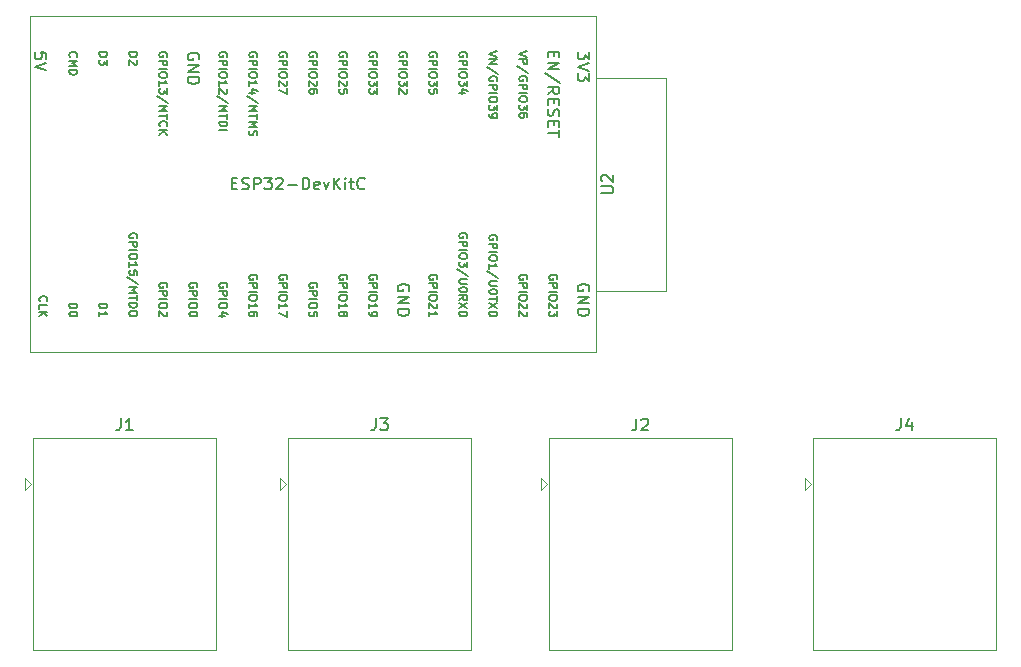
<source format=gbr>
%TF.GenerationSoftware,KiCad,Pcbnew,7.0.9*%
%TF.CreationDate,2023-11-22T14:24:46-05:00*%
%TF.ProjectId,Esp Controller,45737020-436f-46e7-9472-6f6c6c65722e,rev?*%
%TF.SameCoordinates,Original*%
%TF.FileFunction,Legend,Top*%
%TF.FilePolarity,Positive*%
%FSLAX46Y46*%
G04 Gerber Fmt 4.6, Leading zero omitted, Abs format (unit mm)*
G04 Created by KiCad (PCBNEW 7.0.9) date 2023-11-22 14:24:46*
%MOMM*%
%LPD*%
G01*
G04 APERTURE LIST*
%ADD10C,0.150000*%
%ADD11C,0.120000*%
G04 APERTURE END LIST*
D10*
X143378259Y-66801904D02*
X144187782Y-66801904D01*
X144187782Y-66801904D02*
X144283020Y-66754285D01*
X144283020Y-66754285D02*
X144330640Y-66706666D01*
X144330640Y-66706666D02*
X144378259Y-66611428D01*
X144378259Y-66611428D02*
X144378259Y-66420952D01*
X144378259Y-66420952D02*
X144330640Y-66325714D01*
X144330640Y-66325714D02*
X144283020Y-66278095D01*
X144283020Y-66278095D02*
X144187782Y-66230476D01*
X144187782Y-66230476D02*
X143378259Y-66230476D01*
X143473497Y-65801904D02*
X143425878Y-65754285D01*
X143425878Y-65754285D02*
X143378259Y-65659047D01*
X143378259Y-65659047D02*
X143378259Y-65420952D01*
X143378259Y-65420952D02*
X143425878Y-65325714D01*
X143425878Y-65325714D02*
X143473497Y-65278095D01*
X143473497Y-65278095D02*
X143568735Y-65230476D01*
X143568735Y-65230476D02*
X143663973Y-65230476D01*
X143663973Y-65230476D02*
X143806830Y-65278095D01*
X143806830Y-65278095D02*
X144378259Y-65849523D01*
X144378259Y-65849523D02*
X144378259Y-65230476D01*
X112098202Y-65971009D02*
X112431535Y-65971009D01*
X112574392Y-66494819D02*
X112098202Y-66494819D01*
X112098202Y-66494819D02*
X112098202Y-65494819D01*
X112098202Y-65494819D02*
X112574392Y-65494819D01*
X112955345Y-66447200D02*
X113098202Y-66494819D01*
X113098202Y-66494819D02*
X113336297Y-66494819D01*
X113336297Y-66494819D02*
X113431535Y-66447200D01*
X113431535Y-66447200D02*
X113479154Y-66399580D01*
X113479154Y-66399580D02*
X113526773Y-66304342D01*
X113526773Y-66304342D02*
X113526773Y-66209104D01*
X113526773Y-66209104D02*
X113479154Y-66113866D01*
X113479154Y-66113866D02*
X113431535Y-66066247D01*
X113431535Y-66066247D02*
X113336297Y-66018628D01*
X113336297Y-66018628D02*
X113145821Y-65971009D01*
X113145821Y-65971009D02*
X113050583Y-65923390D01*
X113050583Y-65923390D02*
X113002964Y-65875771D01*
X113002964Y-65875771D02*
X112955345Y-65780533D01*
X112955345Y-65780533D02*
X112955345Y-65685295D01*
X112955345Y-65685295D02*
X113002964Y-65590057D01*
X113002964Y-65590057D02*
X113050583Y-65542438D01*
X113050583Y-65542438D02*
X113145821Y-65494819D01*
X113145821Y-65494819D02*
X113383916Y-65494819D01*
X113383916Y-65494819D02*
X113526773Y-65542438D01*
X113955345Y-66494819D02*
X113955345Y-65494819D01*
X113955345Y-65494819D02*
X114336297Y-65494819D01*
X114336297Y-65494819D02*
X114431535Y-65542438D01*
X114431535Y-65542438D02*
X114479154Y-65590057D01*
X114479154Y-65590057D02*
X114526773Y-65685295D01*
X114526773Y-65685295D02*
X114526773Y-65828152D01*
X114526773Y-65828152D02*
X114479154Y-65923390D01*
X114479154Y-65923390D02*
X114431535Y-65971009D01*
X114431535Y-65971009D02*
X114336297Y-66018628D01*
X114336297Y-66018628D02*
X113955345Y-66018628D01*
X114860107Y-65494819D02*
X115479154Y-65494819D01*
X115479154Y-65494819D02*
X115145821Y-65875771D01*
X115145821Y-65875771D02*
X115288678Y-65875771D01*
X115288678Y-65875771D02*
X115383916Y-65923390D01*
X115383916Y-65923390D02*
X115431535Y-65971009D01*
X115431535Y-65971009D02*
X115479154Y-66066247D01*
X115479154Y-66066247D02*
X115479154Y-66304342D01*
X115479154Y-66304342D02*
X115431535Y-66399580D01*
X115431535Y-66399580D02*
X115383916Y-66447200D01*
X115383916Y-66447200D02*
X115288678Y-66494819D01*
X115288678Y-66494819D02*
X115002964Y-66494819D01*
X115002964Y-66494819D02*
X114907726Y-66447200D01*
X114907726Y-66447200D02*
X114860107Y-66399580D01*
X115860107Y-65590057D02*
X115907726Y-65542438D01*
X115907726Y-65542438D02*
X116002964Y-65494819D01*
X116002964Y-65494819D02*
X116241059Y-65494819D01*
X116241059Y-65494819D02*
X116336297Y-65542438D01*
X116336297Y-65542438D02*
X116383916Y-65590057D01*
X116383916Y-65590057D02*
X116431535Y-65685295D01*
X116431535Y-65685295D02*
X116431535Y-65780533D01*
X116431535Y-65780533D02*
X116383916Y-65923390D01*
X116383916Y-65923390D02*
X115812488Y-66494819D01*
X115812488Y-66494819D02*
X116431535Y-66494819D01*
X116860107Y-66113866D02*
X117622012Y-66113866D01*
X118098202Y-66494819D02*
X118098202Y-65494819D01*
X118098202Y-65494819D02*
X118336297Y-65494819D01*
X118336297Y-65494819D02*
X118479154Y-65542438D01*
X118479154Y-65542438D02*
X118574392Y-65637676D01*
X118574392Y-65637676D02*
X118622011Y-65732914D01*
X118622011Y-65732914D02*
X118669630Y-65923390D01*
X118669630Y-65923390D02*
X118669630Y-66066247D01*
X118669630Y-66066247D02*
X118622011Y-66256723D01*
X118622011Y-66256723D02*
X118574392Y-66351961D01*
X118574392Y-66351961D02*
X118479154Y-66447200D01*
X118479154Y-66447200D02*
X118336297Y-66494819D01*
X118336297Y-66494819D02*
X118098202Y-66494819D01*
X119479154Y-66447200D02*
X119383916Y-66494819D01*
X119383916Y-66494819D02*
X119193440Y-66494819D01*
X119193440Y-66494819D02*
X119098202Y-66447200D01*
X119098202Y-66447200D02*
X119050583Y-66351961D01*
X119050583Y-66351961D02*
X119050583Y-65971009D01*
X119050583Y-65971009D02*
X119098202Y-65875771D01*
X119098202Y-65875771D02*
X119193440Y-65828152D01*
X119193440Y-65828152D02*
X119383916Y-65828152D01*
X119383916Y-65828152D02*
X119479154Y-65875771D01*
X119479154Y-65875771D02*
X119526773Y-65971009D01*
X119526773Y-65971009D02*
X119526773Y-66066247D01*
X119526773Y-66066247D02*
X119050583Y-66161485D01*
X119860107Y-65828152D02*
X120098202Y-66494819D01*
X120098202Y-66494819D02*
X120336297Y-65828152D01*
X120717250Y-66494819D02*
X120717250Y-65494819D01*
X121288678Y-66494819D02*
X120860107Y-65923390D01*
X121288678Y-65494819D02*
X120717250Y-66066247D01*
X121717250Y-66494819D02*
X121717250Y-65828152D01*
X121717250Y-65494819D02*
X121669631Y-65542438D01*
X121669631Y-65542438D02*
X121717250Y-65590057D01*
X121717250Y-65590057D02*
X121764869Y-65542438D01*
X121764869Y-65542438D02*
X121717250Y-65494819D01*
X121717250Y-65494819D02*
X121717250Y-65590057D01*
X122050583Y-65828152D02*
X122431535Y-65828152D01*
X122193440Y-65494819D02*
X122193440Y-66351961D01*
X122193440Y-66351961D02*
X122241059Y-66447200D01*
X122241059Y-66447200D02*
X122336297Y-66494819D01*
X122336297Y-66494819D02*
X122431535Y-66494819D01*
X123336297Y-66399580D02*
X123288678Y-66447200D01*
X123288678Y-66447200D02*
X123145821Y-66494819D01*
X123145821Y-66494819D02*
X123050583Y-66494819D01*
X123050583Y-66494819D02*
X122907726Y-66447200D01*
X122907726Y-66447200D02*
X122812488Y-66351961D01*
X122812488Y-66351961D02*
X122764869Y-66256723D01*
X122764869Y-66256723D02*
X122717250Y-66066247D01*
X122717250Y-66066247D02*
X122717250Y-65923390D01*
X122717250Y-65923390D02*
X122764869Y-65732914D01*
X122764869Y-65732914D02*
X122812488Y-65637676D01*
X122812488Y-65637676D02*
X122907726Y-65542438D01*
X122907726Y-65542438D02*
X123050583Y-65494819D01*
X123050583Y-65494819D02*
X123145821Y-65494819D01*
X123145821Y-65494819D02*
X123288678Y-65542438D01*
X123288678Y-65542438D02*
X123336297Y-65590057D01*
X100867406Y-76171315D02*
X101567406Y-76171315D01*
X101567406Y-76171315D02*
X101567406Y-76337982D01*
X101567406Y-76337982D02*
X101534073Y-76437982D01*
X101534073Y-76437982D02*
X101467406Y-76504649D01*
X101467406Y-76504649D02*
X101400740Y-76537982D01*
X101400740Y-76537982D02*
X101267406Y-76571315D01*
X101267406Y-76571315D02*
X101167406Y-76571315D01*
X101167406Y-76571315D02*
X101034073Y-76537982D01*
X101034073Y-76537982D02*
X100967406Y-76504649D01*
X100967406Y-76504649D02*
X100900740Y-76437982D01*
X100900740Y-76437982D02*
X100867406Y-76337982D01*
X100867406Y-76337982D02*
X100867406Y-76171315D01*
X100867406Y-77237982D02*
X100867406Y-76837982D01*
X100867406Y-77037982D02*
X101567406Y-77037982D01*
X101567406Y-77037982D02*
X101467406Y-76971315D01*
X101467406Y-76971315D02*
X101400740Y-76904649D01*
X101400740Y-76904649D02*
X101367406Y-76837982D01*
X106614073Y-74771316D02*
X106647406Y-74704649D01*
X106647406Y-74704649D02*
X106647406Y-74604649D01*
X106647406Y-74604649D02*
X106614073Y-74504649D01*
X106614073Y-74504649D02*
X106547406Y-74437983D01*
X106547406Y-74437983D02*
X106480740Y-74404649D01*
X106480740Y-74404649D02*
X106347406Y-74371316D01*
X106347406Y-74371316D02*
X106247406Y-74371316D01*
X106247406Y-74371316D02*
X106114073Y-74404649D01*
X106114073Y-74404649D02*
X106047406Y-74437983D01*
X106047406Y-74437983D02*
X105980740Y-74504649D01*
X105980740Y-74504649D02*
X105947406Y-74604649D01*
X105947406Y-74604649D02*
X105947406Y-74671316D01*
X105947406Y-74671316D02*
X105980740Y-74771316D01*
X105980740Y-74771316D02*
X106014073Y-74804649D01*
X106014073Y-74804649D02*
X106247406Y-74804649D01*
X106247406Y-74804649D02*
X106247406Y-74671316D01*
X105947406Y-75104649D02*
X106647406Y-75104649D01*
X106647406Y-75104649D02*
X106647406Y-75371316D01*
X106647406Y-75371316D02*
X106614073Y-75437983D01*
X106614073Y-75437983D02*
X106580740Y-75471316D01*
X106580740Y-75471316D02*
X106514073Y-75504649D01*
X106514073Y-75504649D02*
X106414073Y-75504649D01*
X106414073Y-75504649D02*
X106347406Y-75471316D01*
X106347406Y-75471316D02*
X106314073Y-75437983D01*
X106314073Y-75437983D02*
X106280740Y-75371316D01*
X106280740Y-75371316D02*
X106280740Y-75104649D01*
X105947406Y-75804649D02*
X106647406Y-75804649D01*
X106647406Y-76271316D02*
X106647406Y-76404649D01*
X106647406Y-76404649D02*
X106614073Y-76471316D01*
X106614073Y-76471316D02*
X106547406Y-76537982D01*
X106547406Y-76537982D02*
X106414073Y-76571316D01*
X106414073Y-76571316D02*
X106180740Y-76571316D01*
X106180740Y-76571316D02*
X106047406Y-76537982D01*
X106047406Y-76537982D02*
X105980740Y-76471316D01*
X105980740Y-76471316D02*
X105947406Y-76404649D01*
X105947406Y-76404649D02*
X105947406Y-76271316D01*
X105947406Y-76271316D02*
X105980740Y-76204649D01*
X105980740Y-76204649D02*
X106047406Y-76137982D01*
X106047406Y-76137982D02*
X106180740Y-76104649D01*
X106180740Y-76104649D02*
X106414073Y-76104649D01*
X106414073Y-76104649D02*
X106547406Y-76137982D01*
X106547406Y-76137982D02*
X106614073Y-76204649D01*
X106614073Y-76204649D02*
X106647406Y-76271316D01*
X106580740Y-76837982D02*
X106614073Y-76871315D01*
X106614073Y-76871315D02*
X106647406Y-76937982D01*
X106647406Y-76937982D02*
X106647406Y-77104649D01*
X106647406Y-77104649D02*
X106614073Y-77171315D01*
X106614073Y-77171315D02*
X106580740Y-77204649D01*
X106580740Y-77204649D02*
X106514073Y-77237982D01*
X106514073Y-77237982D02*
X106447406Y-77237982D01*
X106447406Y-77237982D02*
X106347406Y-77204649D01*
X106347406Y-77204649D02*
X105947406Y-76804649D01*
X105947406Y-76804649D02*
X105947406Y-77237982D01*
X134587406Y-54775350D02*
X133887406Y-55008684D01*
X133887406Y-55008684D02*
X134587406Y-55242017D01*
X133887406Y-55475350D02*
X134587406Y-55475350D01*
X134587406Y-55475350D02*
X133887406Y-55875350D01*
X133887406Y-55875350D02*
X134587406Y-55875350D01*
X134620740Y-56708683D02*
X133720740Y-56108683D01*
X134554073Y-57308683D02*
X134587406Y-57242016D01*
X134587406Y-57242016D02*
X134587406Y-57142016D01*
X134587406Y-57142016D02*
X134554073Y-57042016D01*
X134554073Y-57042016D02*
X134487406Y-56975350D01*
X134487406Y-56975350D02*
X134420740Y-56942016D01*
X134420740Y-56942016D02*
X134287406Y-56908683D01*
X134287406Y-56908683D02*
X134187406Y-56908683D01*
X134187406Y-56908683D02*
X134054073Y-56942016D01*
X134054073Y-56942016D02*
X133987406Y-56975350D01*
X133987406Y-56975350D02*
X133920740Y-57042016D01*
X133920740Y-57042016D02*
X133887406Y-57142016D01*
X133887406Y-57142016D02*
X133887406Y-57208683D01*
X133887406Y-57208683D02*
X133920740Y-57308683D01*
X133920740Y-57308683D02*
X133954073Y-57342016D01*
X133954073Y-57342016D02*
X134187406Y-57342016D01*
X134187406Y-57342016D02*
X134187406Y-57208683D01*
X133887406Y-57642016D02*
X134587406Y-57642016D01*
X134587406Y-57642016D02*
X134587406Y-57908683D01*
X134587406Y-57908683D02*
X134554073Y-57975350D01*
X134554073Y-57975350D02*
X134520740Y-58008683D01*
X134520740Y-58008683D02*
X134454073Y-58042016D01*
X134454073Y-58042016D02*
X134354073Y-58042016D01*
X134354073Y-58042016D02*
X134287406Y-58008683D01*
X134287406Y-58008683D02*
X134254073Y-57975350D01*
X134254073Y-57975350D02*
X134220740Y-57908683D01*
X134220740Y-57908683D02*
X134220740Y-57642016D01*
X133887406Y-58342016D02*
X134587406Y-58342016D01*
X134587406Y-58808683D02*
X134587406Y-58942016D01*
X134587406Y-58942016D02*
X134554073Y-59008683D01*
X134554073Y-59008683D02*
X134487406Y-59075349D01*
X134487406Y-59075349D02*
X134354073Y-59108683D01*
X134354073Y-59108683D02*
X134120740Y-59108683D01*
X134120740Y-59108683D02*
X133987406Y-59075349D01*
X133987406Y-59075349D02*
X133920740Y-59008683D01*
X133920740Y-59008683D02*
X133887406Y-58942016D01*
X133887406Y-58942016D02*
X133887406Y-58808683D01*
X133887406Y-58808683D02*
X133920740Y-58742016D01*
X133920740Y-58742016D02*
X133987406Y-58675349D01*
X133987406Y-58675349D02*
X134120740Y-58642016D01*
X134120740Y-58642016D02*
X134354073Y-58642016D01*
X134354073Y-58642016D02*
X134487406Y-58675349D01*
X134487406Y-58675349D02*
X134554073Y-58742016D01*
X134554073Y-58742016D02*
X134587406Y-58808683D01*
X134587406Y-59342016D02*
X134587406Y-59775349D01*
X134587406Y-59775349D02*
X134320740Y-59542016D01*
X134320740Y-59542016D02*
X134320740Y-59642016D01*
X134320740Y-59642016D02*
X134287406Y-59708682D01*
X134287406Y-59708682D02*
X134254073Y-59742016D01*
X134254073Y-59742016D02*
X134187406Y-59775349D01*
X134187406Y-59775349D02*
X134020740Y-59775349D01*
X134020740Y-59775349D02*
X133954073Y-59742016D01*
X133954073Y-59742016D02*
X133920740Y-59708682D01*
X133920740Y-59708682D02*
X133887406Y-59642016D01*
X133887406Y-59642016D02*
X133887406Y-59442016D01*
X133887406Y-59442016D02*
X133920740Y-59375349D01*
X133920740Y-59375349D02*
X133954073Y-59342016D01*
X133887406Y-60108683D02*
X133887406Y-60242016D01*
X133887406Y-60242016D02*
X133920740Y-60308683D01*
X133920740Y-60308683D02*
X133954073Y-60342016D01*
X133954073Y-60342016D02*
X134054073Y-60408683D01*
X134054073Y-60408683D02*
X134187406Y-60442016D01*
X134187406Y-60442016D02*
X134454073Y-60442016D01*
X134454073Y-60442016D02*
X134520740Y-60408683D01*
X134520740Y-60408683D02*
X134554073Y-60375349D01*
X134554073Y-60375349D02*
X134587406Y-60308683D01*
X134587406Y-60308683D02*
X134587406Y-60175349D01*
X134587406Y-60175349D02*
X134554073Y-60108683D01*
X134554073Y-60108683D02*
X134520740Y-60075349D01*
X134520740Y-60075349D02*
X134454073Y-60042016D01*
X134454073Y-60042016D02*
X134287406Y-60042016D01*
X134287406Y-60042016D02*
X134220740Y-60075349D01*
X134220740Y-60075349D02*
X134187406Y-60108683D01*
X134187406Y-60108683D02*
X134154073Y-60175349D01*
X134154073Y-60175349D02*
X134154073Y-60308683D01*
X134154073Y-60308683D02*
X134187406Y-60375349D01*
X134187406Y-60375349D02*
X134220740Y-60408683D01*
X134220740Y-60408683D02*
X134287406Y-60442016D01*
X106614073Y-55242017D02*
X106647406Y-55175350D01*
X106647406Y-55175350D02*
X106647406Y-55075350D01*
X106647406Y-55075350D02*
X106614073Y-54975350D01*
X106614073Y-54975350D02*
X106547406Y-54908684D01*
X106547406Y-54908684D02*
X106480740Y-54875350D01*
X106480740Y-54875350D02*
X106347406Y-54842017D01*
X106347406Y-54842017D02*
X106247406Y-54842017D01*
X106247406Y-54842017D02*
X106114073Y-54875350D01*
X106114073Y-54875350D02*
X106047406Y-54908684D01*
X106047406Y-54908684D02*
X105980740Y-54975350D01*
X105980740Y-54975350D02*
X105947406Y-55075350D01*
X105947406Y-55075350D02*
X105947406Y-55142017D01*
X105947406Y-55142017D02*
X105980740Y-55242017D01*
X105980740Y-55242017D02*
X106014073Y-55275350D01*
X106014073Y-55275350D02*
X106247406Y-55275350D01*
X106247406Y-55275350D02*
X106247406Y-55142017D01*
X105947406Y-55575350D02*
X106647406Y-55575350D01*
X106647406Y-55575350D02*
X106647406Y-55842017D01*
X106647406Y-55842017D02*
X106614073Y-55908684D01*
X106614073Y-55908684D02*
X106580740Y-55942017D01*
X106580740Y-55942017D02*
X106514073Y-55975350D01*
X106514073Y-55975350D02*
X106414073Y-55975350D01*
X106414073Y-55975350D02*
X106347406Y-55942017D01*
X106347406Y-55942017D02*
X106314073Y-55908684D01*
X106314073Y-55908684D02*
X106280740Y-55842017D01*
X106280740Y-55842017D02*
X106280740Y-55575350D01*
X105947406Y-56275350D02*
X106647406Y-56275350D01*
X106647406Y-56742017D02*
X106647406Y-56875350D01*
X106647406Y-56875350D02*
X106614073Y-56942017D01*
X106614073Y-56942017D02*
X106547406Y-57008683D01*
X106547406Y-57008683D02*
X106414073Y-57042017D01*
X106414073Y-57042017D02*
X106180740Y-57042017D01*
X106180740Y-57042017D02*
X106047406Y-57008683D01*
X106047406Y-57008683D02*
X105980740Y-56942017D01*
X105980740Y-56942017D02*
X105947406Y-56875350D01*
X105947406Y-56875350D02*
X105947406Y-56742017D01*
X105947406Y-56742017D02*
X105980740Y-56675350D01*
X105980740Y-56675350D02*
X106047406Y-56608683D01*
X106047406Y-56608683D02*
X106180740Y-56575350D01*
X106180740Y-56575350D02*
X106414073Y-56575350D01*
X106414073Y-56575350D02*
X106547406Y-56608683D01*
X106547406Y-56608683D02*
X106614073Y-56675350D01*
X106614073Y-56675350D02*
X106647406Y-56742017D01*
X105947406Y-57708683D02*
X105947406Y-57308683D01*
X105947406Y-57508683D02*
X106647406Y-57508683D01*
X106647406Y-57508683D02*
X106547406Y-57442016D01*
X106547406Y-57442016D02*
X106480740Y-57375350D01*
X106480740Y-57375350D02*
X106447406Y-57308683D01*
X106647406Y-57942017D02*
X106647406Y-58375350D01*
X106647406Y-58375350D02*
X106380740Y-58142017D01*
X106380740Y-58142017D02*
X106380740Y-58242017D01*
X106380740Y-58242017D02*
X106347406Y-58308683D01*
X106347406Y-58308683D02*
X106314073Y-58342017D01*
X106314073Y-58342017D02*
X106247406Y-58375350D01*
X106247406Y-58375350D02*
X106080740Y-58375350D01*
X106080740Y-58375350D02*
X106014073Y-58342017D01*
X106014073Y-58342017D02*
X105980740Y-58308683D01*
X105980740Y-58308683D02*
X105947406Y-58242017D01*
X105947406Y-58242017D02*
X105947406Y-58042017D01*
X105947406Y-58042017D02*
X105980740Y-57975350D01*
X105980740Y-57975350D02*
X106014073Y-57942017D01*
X106680740Y-59175350D02*
X105780740Y-58575350D01*
X105947406Y-59408683D02*
X106647406Y-59408683D01*
X106647406Y-59408683D02*
X106147406Y-59642017D01*
X106147406Y-59642017D02*
X106647406Y-59875350D01*
X106647406Y-59875350D02*
X105947406Y-59875350D01*
X106647406Y-60108683D02*
X106647406Y-60508683D01*
X105947406Y-60308683D02*
X106647406Y-60308683D01*
X106014073Y-61142016D02*
X105980740Y-61108683D01*
X105980740Y-61108683D02*
X105947406Y-61008683D01*
X105947406Y-61008683D02*
X105947406Y-60942016D01*
X105947406Y-60942016D02*
X105980740Y-60842016D01*
X105980740Y-60842016D02*
X106047406Y-60775350D01*
X106047406Y-60775350D02*
X106114073Y-60742016D01*
X106114073Y-60742016D02*
X106247406Y-60708683D01*
X106247406Y-60708683D02*
X106347406Y-60708683D01*
X106347406Y-60708683D02*
X106480740Y-60742016D01*
X106480740Y-60742016D02*
X106547406Y-60775350D01*
X106547406Y-60775350D02*
X106614073Y-60842016D01*
X106614073Y-60842016D02*
X106647406Y-60942016D01*
X106647406Y-60942016D02*
X106647406Y-61008683D01*
X106647406Y-61008683D02*
X106614073Y-61108683D01*
X106614073Y-61108683D02*
X106580740Y-61142016D01*
X105947406Y-61442016D02*
X106647406Y-61442016D01*
X105947406Y-61842016D02*
X106347406Y-61542016D01*
X106647406Y-61842016D02*
X106247406Y-61442016D01*
X137094073Y-74104649D02*
X137127406Y-74037982D01*
X137127406Y-74037982D02*
X137127406Y-73937982D01*
X137127406Y-73937982D02*
X137094073Y-73837982D01*
X137094073Y-73837982D02*
X137027406Y-73771316D01*
X137027406Y-73771316D02*
X136960740Y-73737982D01*
X136960740Y-73737982D02*
X136827406Y-73704649D01*
X136827406Y-73704649D02*
X136727406Y-73704649D01*
X136727406Y-73704649D02*
X136594073Y-73737982D01*
X136594073Y-73737982D02*
X136527406Y-73771316D01*
X136527406Y-73771316D02*
X136460740Y-73837982D01*
X136460740Y-73837982D02*
X136427406Y-73937982D01*
X136427406Y-73937982D02*
X136427406Y-74004649D01*
X136427406Y-74004649D02*
X136460740Y-74104649D01*
X136460740Y-74104649D02*
X136494073Y-74137982D01*
X136494073Y-74137982D02*
X136727406Y-74137982D01*
X136727406Y-74137982D02*
X136727406Y-74004649D01*
X136427406Y-74437982D02*
X137127406Y-74437982D01*
X137127406Y-74437982D02*
X137127406Y-74704649D01*
X137127406Y-74704649D02*
X137094073Y-74771316D01*
X137094073Y-74771316D02*
X137060740Y-74804649D01*
X137060740Y-74804649D02*
X136994073Y-74837982D01*
X136994073Y-74837982D02*
X136894073Y-74837982D01*
X136894073Y-74837982D02*
X136827406Y-74804649D01*
X136827406Y-74804649D02*
X136794073Y-74771316D01*
X136794073Y-74771316D02*
X136760740Y-74704649D01*
X136760740Y-74704649D02*
X136760740Y-74437982D01*
X136427406Y-75137982D02*
X137127406Y-75137982D01*
X137127406Y-75604649D02*
X137127406Y-75737982D01*
X137127406Y-75737982D02*
X137094073Y-75804649D01*
X137094073Y-75804649D02*
X137027406Y-75871315D01*
X137027406Y-75871315D02*
X136894073Y-75904649D01*
X136894073Y-75904649D02*
X136660740Y-75904649D01*
X136660740Y-75904649D02*
X136527406Y-75871315D01*
X136527406Y-75871315D02*
X136460740Y-75804649D01*
X136460740Y-75804649D02*
X136427406Y-75737982D01*
X136427406Y-75737982D02*
X136427406Y-75604649D01*
X136427406Y-75604649D02*
X136460740Y-75537982D01*
X136460740Y-75537982D02*
X136527406Y-75471315D01*
X136527406Y-75471315D02*
X136660740Y-75437982D01*
X136660740Y-75437982D02*
X136894073Y-75437982D01*
X136894073Y-75437982D02*
X137027406Y-75471315D01*
X137027406Y-75471315D02*
X137094073Y-75537982D01*
X137094073Y-75537982D02*
X137127406Y-75604649D01*
X137060740Y-76171315D02*
X137094073Y-76204648D01*
X137094073Y-76204648D02*
X137127406Y-76271315D01*
X137127406Y-76271315D02*
X137127406Y-76437982D01*
X137127406Y-76437982D02*
X137094073Y-76504648D01*
X137094073Y-76504648D02*
X137060740Y-76537982D01*
X137060740Y-76537982D02*
X136994073Y-76571315D01*
X136994073Y-76571315D02*
X136927406Y-76571315D01*
X136927406Y-76571315D02*
X136827406Y-76537982D01*
X136827406Y-76537982D02*
X136427406Y-76137982D01*
X136427406Y-76137982D02*
X136427406Y-76571315D01*
X137060740Y-76837982D02*
X137094073Y-76871315D01*
X137094073Y-76871315D02*
X137127406Y-76937982D01*
X137127406Y-76937982D02*
X137127406Y-77104649D01*
X137127406Y-77104649D02*
X137094073Y-77171315D01*
X137094073Y-77171315D02*
X137060740Y-77204649D01*
X137060740Y-77204649D02*
X136994073Y-77237982D01*
X136994073Y-77237982D02*
X136927406Y-77237982D01*
X136927406Y-77237982D02*
X136827406Y-77204649D01*
X136827406Y-77204649D02*
X136427406Y-76804649D01*
X136427406Y-76804649D02*
X136427406Y-77237982D01*
X109301001Y-55470588D02*
X109348620Y-55375350D01*
X109348620Y-55375350D02*
X109348620Y-55232493D01*
X109348620Y-55232493D02*
X109301001Y-55089636D01*
X109301001Y-55089636D02*
X109205763Y-54994398D01*
X109205763Y-54994398D02*
X109110525Y-54946779D01*
X109110525Y-54946779D02*
X108920049Y-54899160D01*
X108920049Y-54899160D02*
X108777192Y-54899160D01*
X108777192Y-54899160D02*
X108586716Y-54946779D01*
X108586716Y-54946779D02*
X108491478Y-54994398D01*
X108491478Y-54994398D02*
X108396240Y-55089636D01*
X108396240Y-55089636D02*
X108348620Y-55232493D01*
X108348620Y-55232493D02*
X108348620Y-55327731D01*
X108348620Y-55327731D02*
X108396240Y-55470588D01*
X108396240Y-55470588D02*
X108443859Y-55518207D01*
X108443859Y-55518207D02*
X108777192Y-55518207D01*
X108777192Y-55518207D02*
X108777192Y-55327731D01*
X108348620Y-55946779D02*
X109348620Y-55946779D01*
X109348620Y-55946779D02*
X108348620Y-56518207D01*
X108348620Y-56518207D02*
X109348620Y-56518207D01*
X108348620Y-56994398D02*
X109348620Y-56994398D01*
X109348620Y-56994398D02*
X109348620Y-57232493D01*
X109348620Y-57232493D02*
X109301001Y-57375350D01*
X109301001Y-57375350D02*
X109205763Y-57470588D01*
X109205763Y-57470588D02*
X109110525Y-57518207D01*
X109110525Y-57518207D02*
X108920049Y-57565826D01*
X108920049Y-57565826D02*
X108777192Y-57565826D01*
X108777192Y-57565826D02*
X108586716Y-57518207D01*
X108586716Y-57518207D02*
X108491478Y-57470588D01*
X108491478Y-57470588D02*
X108396240Y-57375350D01*
X108396240Y-57375350D02*
X108348620Y-57232493D01*
X108348620Y-57232493D02*
X108348620Y-56994398D01*
X126934073Y-55242017D02*
X126967406Y-55175350D01*
X126967406Y-55175350D02*
X126967406Y-55075350D01*
X126967406Y-55075350D02*
X126934073Y-54975350D01*
X126934073Y-54975350D02*
X126867406Y-54908684D01*
X126867406Y-54908684D02*
X126800740Y-54875350D01*
X126800740Y-54875350D02*
X126667406Y-54842017D01*
X126667406Y-54842017D02*
X126567406Y-54842017D01*
X126567406Y-54842017D02*
X126434073Y-54875350D01*
X126434073Y-54875350D02*
X126367406Y-54908684D01*
X126367406Y-54908684D02*
X126300740Y-54975350D01*
X126300740Y-54975350D02*
X126267406Y-55075350D01*
X126267406Y-55075350D02*
X126267406Y-55142017D01*
X126267406Y-55142017D02*
X126300740Y-55242017D01*
X126300740Y-55242017D02*
X126334073Y-55275350D01*
X126334073Y-55275350D02*
X126567406Y-55275350D01*
X126567406Y-55275350D02*
X126567406Y-55142017D01*
X126267406Y-55575350D02*
X126967406Y-55575350D01*
X126967406Y-55575350D02*
X126967406Y-55842017D01*
X126967406Y-55842017D02*
X126934073Y-55908684D01*
X126934073Y-55908684D02*
X126900740Y-55942017D01*
X126900740Y-55942017D02*
X126834073Y-55975350D01*
X126834073Y-55975350D02*
X126734073Y-55975350D01*
X126734073Y-55975350D02*
X126667406Y-55942017D01*
X126667406Y-55942017D02*
X126634073Y-55908684D01*
X126634073Y-55908684D02*
X126600740Y-55842017D01*
X126600740Y-55842017D02*
X126600740Y-55575350D01*
X126267406Y-56275350D02*
X126967406Y-56275350D01*
X126967406Y-56742017D02*
X126967406Y-56875350D01*
X126967406Y-56875350D02*
X126934073Y-56942017D01*
X126934073Y-56942017D02*
X126867406Y-57008683D01*
X126867406Y-57008683D02*
X126734073Y-57042017D01*
X126734073Y-57042017D02*
X126500740Y-57042017D01*
X126500740Y-57042017D02*
X126367406Y-57008683D01*
X126367406Y-57008683D02*
X126300740Y-56942017D01*
X126300740Y-56942017D02*
X126267406Y-56875350D01*
X126267406Y-56875350D02*
X126267406Y-56742017D01*
X126267406Y-56742017D02*
X126300740Y-56675350D01*
X126300740Y-56675350D02*
X126367406Y-56608683D01*
X126367406Y-56608683D02*
X126500740Y-56575350D01*
X126500740Y-56575350D02*
X126734073Y-56575350D01*
X126734073Y-56575350D02*
X126867406Y-56608683D01*
X126867406Y-56608683D02*
X126934073Y-56675350D01*
X126934073Y-56675350D02*
X126967406Y-56742017D01*
X126967406Y-57275350D02*
X126967406Y-57708683D01*
X126967406Y-57708683D02*
X126700740Y-57475350D01*
X126700740Y-57475350D02*
X126700740Y-57575350D01*
X126700740Y-57575350D02*
X126667406Y-57642016D01*
X126667406Y-57642016D02*
X126634073Y-57675350D01*
X126634073Y-57675350D02*
X126567406Y-57708683D01*
X126567406Y-57708683D02*
X126400740Y-57708683D01*
X126400740Y-57708683D02*
X126334073Y-57675350D01*
X126334073Y-57675350D02*
X126300740Y-57642016D01*
X126300740Y-57642016D02*
X126267406Y-57575350D01*
X126267406Y-57575350D02*
X126267406Y-57375350D01*
X126267406Y-57375350D02*
X126300740Y-57308683D01*
X126300740Y-57308683D02*
X126334073Y-57275350D01*
X126900740Y-57975350D02*
X126934073Y-58008683D01*
X126934073Y-58008683D02*
X126967406Y-58075350D01*
X126967406Y-58075350D02*
X126967406Y-58242017D01*
X126967406Y-58242017D02*
X126934073Y-58308683D01*
X126934073Y-58308683D02*
X126900740Y-58342017D01*
X126900740Y-58342017D02*
X126834073Y-58375350D01*
X126834073Y-58375350D02*
X126767406Y-58375350D01*
X126767406Y-58375350D02*
X126667406Y-58342017D01*
X126667406Y-58342017D02*
X126267406Y-57942017D01*
X126267406Y-57942017D02*
X126267406Y-58375350D01*
X134554073Y-70737983D02*
X134587406Y-70671316D01*
X134587406Y-70671316D02*
X134587406Y-70571316D01*
X134587406Y-70571316D02*
X134554073Y-70471316D01*
X134554073Y-70471316D02*
X134487406Y-70404650D01*
X134487406Y-70404650D02*
X134420740Y-70371316D01*
X134420740Y-70371316D02*
X134287406Y-70337983D01*
X134287406Y-70337983D02*
X134187406Y-70337983D01*
X134187406Y-70337983D02*
X134054073Y-70371316D01*
X134054073Y-70371316D02*
X133987406Y-70404650D01*
X133987406Y-70404650D02*
X133920740Y-70471316D01*
X133920740Y-70471316D02*
X133887406Y-70571316D01*
X133887406Y-70571316D02*
X133887406Y-70637983D01*
X133887406Y-70637983D02*
X133920740Y-70737983D01*
X133920740Y-70737983D02*
X133954073Y-70771316D01*
X133954073Y-70771316D02*
X134187406Y-70771316D01*
X134187406Y-70771316D02*
X134187406Y-70637983D01*
X133887406Y-71071316D02*
X134587406Y-71071316D01*
X134587406Y-71071316D02*
X134587406Y-71337983D01*
X134587406Y-71337983D02*
X134554073Y-71404650D01*
X134554073Y-71404650D02*
X134520740Y-71437983D01*
X134520740Y-71437983D02*
X134454073Y-71471316D01*
X134454073Y-71471316D02*
X134354073Y-71471316D01*
X134354073Y-71471316D02*
X134287406Y-71437983D01*
X134287406Y-71437983D02*
X134254073Y-71404650D01*
X134254073Y-71404650D02*
X134220740Y-71337983D01*
X134220740Y-71337983D02*
X134220740Y-71071316D01*
X133887406Y-71771316D02*
X134587406Y-71771316D01*
X134587406Y-72237983D02*
X134587406Y-72371316D01*
X134587406Y-72371316D02*
X134554073Y-72437983D01*
X134554073Y-72437983D02*
X134487406Y-72504649D01*
X134487406Y-72504649D02*
X134354073Y-72537983D01*
X134354073Y-72537983D02*
X134120740Y-72537983D01*
X134120740Y-72537983D02*
X133987406Y-72504649D01*
X133987406Y-72504649D02*
X133920740Y-72437983D01*
X133920740Y-72437983D02*
X133887406Y-72371316D01*
X133887406Y-72371316D02*
X133887406Y-72237983D01*
X133887406Y-72237983D02*
X133920740Y-72171316D01*
X133920740Y-72171316D02*
X133987406Y-72104649D01*
X133987406Y-72104649D02*
X134120740Y-72071316D01*
X134120740Y-72071316D02*
X134354073Y-72071316D01*
X134354073Y-72071316D02*
X134487406Y-72104649D01*
X134487406Y-72104649D02*
X134554073Y-72171316D01*
X134554073Y-72171316D02*
X134587406Y-72237983D01*
X133887406Y-73204649D02*
X133887406Y-72804649D01*
X133887406Y-73004649D02*
X134587406Y-73004649D01*
X134587406Y-73004649D02*
X134487406Y-72937982D01*
X134487406Y-72937982D02*
X134420740Y-72871316D01*
X134420740Y-72871316D02*
X134387406Y-72804649D01*
X134620740Y-74004649D02*
X133720740Y-73404649D01*
X134587406Y-74237982D02*
X134020740Y-74237982D01*
X134020740Y-74237982D02*
X133954073Y-74271316D01*
X133954073Y-74271316D02*
X133920740Y-74304649D01*
X133920740Y-74304649D02*
X133887406Y-74371316D01*
X133887406Y-74371316D02*
X133887406Y-74504649D01*
X133887406Y-74504649D02*
X133920740Y-74571316D01*
X133920740Y-74571316D02*
X133954073Y-74604649D01*
X133954073Y-74604649D02*
X134020740Y-74637982D01*
X134020740Y-74637982D02*
X134587406Y-74637982D01*
X134587406Y-75104649D02*
X134587406Y-75171315D01*
X134587406Y-75171315D02*
X134554073Y-75237982D01*
X134554073Y-75237982D02*
X134520740Y-75271315D01*
X134520740Y-75271315D02*
X134454073Y-75304649D01*
X134454073Y-75304649D02*
X134320740Y-75337982D01*
X134320740Y-75337982D02*
X134154073Y-75337982D01*
X134154073Y-75337982D02*
X134020740Y-75304649D01*
X134020740Y-75304649D02*
X133954073Y-75271315D01*
X133954073Y-75271315D02*
X133920740Y-75237982D01*
X133920740Y-75237982D02*
X133887406Y-75171315D01*
X133887406Y-75171315D02*
X133887406Y-75104649D01*
X133887406Y-75104649D02*
X133920740Y-75037982D01*
X133920740Y-75037982D02*
X133954073Y-75004649D01*
X133954073Y-75004649D02*
X134020740Y-74971315D01*
X134020740Y-74971315D02*
X134154073Y-74937982D01*
X134154073Y-74937982D02*
X134320740Y-74937982D01*
X134320740Y-74937982D02*
X134454073Y-74971315D01*
X134454073Y-74971315D02*
X134520740Y-75004649D01*
X134520740Y-75004649D02*
X134554073Y-75037982D01*
X134554073Y-75037982D02*
X134587406Y-75104649D01*
X134587406Y-75537982D02*
X134587406Y-75937982D01*
X133887406Y-75737982D02*
X134587406Y-75737982D01*
X134587406Y-76104649D02*
X133887406Y-76571315D01*
X134587406Y-76571315D02*
X133887406Y-76104649D01*
X133887406Y-76837982D02*
X134587406Y-76837982D01*
X134587406Y-76837982D02*
X134587406Y-77004649D01*
X134587406Y-77004649D02*
X134554073Y-77104649D01*
X134554073Y-77104649D02*
X134487406Y-77171316D01*
X134487406Y-77171316D02*
X134420740Y-77204649D01*
X134420740Y-77204649D02*
X134287406Y-77237982D01*
X134287406Y-77237982D02*
X134187406Y-77237982D01*
X134187406Y-77237982D02*
X134054073Y-77204649D01*
X134054073Y-77204649D02*
X133987406Y-77171316D01*
X133987406Y-77171316D02*
X133920740Y-77104649D01*
X133920740Y-77104649D02*
X133887406Y-77004649D01*
X133887406Y-77004649D02*
X133887406Y-76837982D01*
X103407406Y-54875350D02*
X104107406Y-54875350D01*
X104107406Y-54875350D02*
X104107406Y-55042017D01*
X104107406Y-55042017D02*
X104074073Y-55142017D01*
X104074073Y-55142017D02*
X104007406Y-55208684D01*
X104007406Y-55208684D02*
X103940740Y-55242017D01*
X103940740Y-55242017D02*
X103807406Y-55275350D01*
X103807406Y-55275350D02*
X103707406Y-55275350D01*
X103707406Y-55275350D02*
X103574073Y-55242017D01*
X103574073Y-55242017D02*
X103507406Y-55208684D01*
X103507406Y-55208684D02*
X103440740Y-55142017D01*
X103440740Y-55142017D02*
X103407406Y-55042017D01*
X103407406Y-55042017D02*
X103407406Y-54875350D01*
X104040740Y-55542017D02*
X104074073Y-55575350D01*
X104074073Y-55575350D02*
X104107406Y-55642017D01*
X104107406Y-55642017D02*
X104107406Y-55808684D01*
X104107406Y-55808684D02*
X104074073Y-55875350D01*
X104074073Y-55875350D02*
X104040740Y-55908684D01*
X104040740Y-55908684D02*
X103974073Y-55942017D01*
X103974073Y-55942017D02*
X103907406Y-55942017D01*
X103907406Y-55942017D02*
X103807406Y-55908684D01*
X103807406Y-55908684D02*
X103407406Y-55508684D01*
X103407406Y-55508684D02*
X103407406Y-55942017D01*
X142321001Y-75085601D02*
X142368620Y-74990363D01*
X142368620Y-74990363D02*
X142368620Y-74847506D01*
X142368620Y-74847506D02*
X142321001Y-74704649D01*
X142321001Y-74704649D02*
X142225763Y-74609411D01*
X142225763Y-74609411D02*
X142130525Y-74561792D01*
X142130525Y-74561792D02*
X141940049Y-74514173D01*
X141940049Y-74514173D02*
X141797192Y-74514173D01*
X141797192Y-74514173D02*
X141606716Y-74561792D01*
X141606716Y-74561792D02*
X141511478Y-74609411D01*
X141511478Y-74609411D02*
X141416240Y-74704649D01*
X141416240Y-74704649D02*
X141368620Y-74847506D01*
X141368620Y-74847506D02*
X141368620Y-74942744D01*
X141368620Y-74942744D02*
X141416240Y-75085601D01*
X141416240Y-75085601D02*
X141463859Y-75133220D01*
X141463859Y-75133220D02*
X141797192Y-75133220D01*
X141797192Y-75133220D02*
X141797192Y-74942744D01*
X141368620Y-75561792D02*
X142368620Y-75561792D01*
X142368620Y-75561792D02*
X141368620Y-76133220D01*
X141368620Y-76133220D02*
X142368620Y-76133220D01*
X141368620Y-76609411D02*
X142368620Y-76609411D01*
X142368620Y-76609411D02*
X142368620Y-76847506D01*
X142368620Y-76847506D02*
X142321001Y-76990363D01*
X142321001Y-76990363D02*
X142225763Y-77085601D01*
X142225763Y-77085601D02*
X142130525Y-77133220D01*
X142130525Y-77133220D02*
X141940049Y-77180839D01*
X141940049Y-77180839D02*
X141797192Y-77180839D01*
X141797192Y-77180839D02*
X141606716Y-77133220D01*
X141606716Y-77133220D02*
X141511478Y-77085601D01*
X141511478Y-77085601D02*
X141416240Y-76990363D01*
X141416240Y-76990363D02*
X141368620Y-76847506D01*
X141368620Y-76847506D02*
X141368620Y-76609411D01*
X142368620Y-54851541D02*
X142368620Y-55470588D01*
X142368620Y-55470588D02*
X141987668Y-55137255D01*
X141987668Y-55137255D02*
X141987668Y-55280112D01*
X141987668Y-55280112D02*
X141940049Y-55375350D01*
X141940049Y-55375350D02*
X141892430Y-55422969D01*
X141892430Y-55422969D02*
X141797192Y-55470588D01*
X141797192Y-55470588D02*
X141559097Y-55470588D01*
X141559097Y-55470588D02*
X141463859Y-55422969D01*
X141463859Y-55422969D02*
X141416240Y-55375350D01*
X141416240Y-55375350D02*
X141368620Y-55280112D01*
X141368620Y-55280112D02*
X141368620Y-54994398D01*
X141368620Y-54994398D02*
X141416240Y-54899160D01*
X141416240Y-54899160D02*
X141463859Y-54851541D01*
X142368620Y-55756303D02*
X141368620Y-56089636D01*
X141368620Y-56089636D02*
X142368620Y-56422969D01*
X142368620Y-56661065D02*
X142368620Y-57280112D01*
X142368620Y-57280112D02*
X141987668Y-56946779D01*
X141987668Y-56946779D02*
X141987668Y-57089636D01*
X141987668Y-57089636D02*
X141940049Y-57184874D01*
X141940049Y-57184874D02*
X141892430Y-57232493D01*
X141892430Y-57232493D02*
X141797192Y-57280112D01*
X141797192Y-57280112D02*
X141559097Y-57280112D01*
X141559097Y-57280112D02*
X141463859Y-57232493D01*
X141463859Y-57232493D02*
X141416240Y-57184874D01*
X141416240Y-57184874D02*
X141368620Y-57089636D01*
X141368620Y-57089636D02*
X141368620Y-56803922D01*
X141368620Y-56803922D02*
X141416240Y-56708684D01*
X141416240Y-56708684D02*
X141463859Y-56661065D01*
X127081001Y-75085601D02*
X127128620Y-74990363D01*
X127128620Y-74990363D02*
X127128620Y-74847506D01*
X127128620Y-74847506D02*
X127081001Y-74704649D01*
X127081001Y-74704649D02*
X126985763Y-74609411D01*
X126985763Y-74609411D02*
X126890525Y-74561792D01*
X126890525Y-74561792D02*
X126700049Y-74514173D01*
X126700049Y-74514173D02*
X126557192Y-74514173D01*
X126557192Y-74514173D02*
X126366716Y-74561792D01*
X126366716Y-74561792D02*
X126271478Y-74609411D01*
X126271478Y-74609411D02*
X126176240Y-74704649D01*
X126176240Y-74704649D02*
X126128620Y-74847506D01*
X126128620Y-74847506D02*
X126128620Y-74942744D01*
X126128620Y-74942744D02*
X126176240Y-75085601D01*
X126176240Y-75085601D02*
X126223859Y-75133220D01*
X126223859Y-75133220D02*
X126557192Y-75133220D01*
X126557192Y-75133220D02*
X126557192Y-74942744D01*
X126128620Y-75561792D02*
X127128620Y-75561792D01*
X127128620Y-75561792D02*
X126128620Y-76133220D01*
X126128620Y-76133220D02*
X127128620Y-76133220D01*
X126128620Y-76609411D02*
X127128620Y-76609411D01*
X127128620Y-76609411D02*
X127128620Y-76847506D01*
X127128620Y-76847506D02*
X127081001Y-76990363D01*
X127081001Y-76990363D02*
X126985763Y-77085601D01*
X126985763Y-77085601D02*
X126890525Y-77133220D01*
X126890525Y-77133220D02*
X126700049Y-77180839D01*
X126700049Y-77180839D02*
X126557192Y-77180839D01*
X126557192Y-77180839D02*
X126366716Y-77133220D01*
X126366716Y-77133220D02*
X126271478Y-77085601D01*
X126271478Y-77085601D02*
X126176240Y-76990363D01*
X126176240Y-76990363D02*
X126128620Y-76847506D01*
X126128620Y-76847506D02*
X126128620Y-76609411D01*
X104074073Y-70604650D02*
X104107406Y-70537983D01*
X104107406Y-70537983D02*
X104107406Y-70437983D01*
X104107406Y-70437983D02*
X104074073Y-70337983D01*
X104074073Y-70337983D02*
X104007406Y-70271317D01*
X104007406Y-70271317D02*
X103940740Y-70237983D01*
X103940740Y-70237983D02*
X103807406Y-70204650D01*
X103807406Y-70204650D02*
X103707406Y-70204650D01*
X103707406Y-70204650D02*
X103574073Y-70237983D01*
X103574073Y-70237983D02*
X103507406Y-70271317D01*
X103507406Y-70271317D02*
X103440740Y-70337983D01*
X103440740Y-70337983D02*
X103407406Y-70437983D01*
X103407406Y-70437983D02*
X103407406Y-70504650D01*
X103407406Y-70504650D02*
X103440740Y-70604650D01*
X103440740Y-70604650D02*
X103474073Y-70637983D01*
X103474073Y-70637983D02*
X103707406Y-70637983D01*
X103707406Y-70637983D02*
X103707406Y-70504650D01*
X103407406Y-70937983D02*
X104107406Y-70937983D01*
X104107406Y-70937983D02*
X104107406Y-71204650D01*
X104107406Y-71204650D02*
X104074073Y-71271317D01*
X104074073Y-71271317D02*
X104040740Y-71304650D01*
X104040740Y-71304650D02*
X103974073Y-71337983D01*
X103974073Y-71337983D02*
X103874073Y-71337983D01*
X103874073Y-71337983D02*
X103807406Y-71304650D01*
X103807406Y-71304650D02*
X103774073Y-71271317D01*
X103774073Y-71271317D02*
X103740740Y-71204650D01*
X103740740Y-71204650D02*
X103740740Y-70937983D01*
X103407406Y-71637983D02*
X104107406Y-71637983D01*
X104107406Y-72104650D02*
X104107406Y-72237983D01*
X104107406Y-72237983D02*
X104074073Y-72304650D01*
X104074073Y-72304650D02*
X104007406Y-72371316D01*
X104007406Y-72371316D02*
X103874073Y-72404650D01*
X103874073Y-72404650D02*
X103640740Y-72404650D01*
X103640740Y-72404650D02*
X103507406Y-72371316D01*
X103507406Y-72371316D02*
X103440740Y-72304650D01*
X103440740Y-72304650D02*
X103407406Y-72237983D01*
X103407406Y-72237983D02*
X103407406Y-72104650D01*
X103407406Y-72104650D02*
X103440740Y-72037983D01*
X103440740Y-72037983D02*
X103507406Y-71971316D01*
X103507406Y-71971316D02*
X103640740Y-71937983D01*
X103640740Y-71937983D02*
X103874073Y-71937983D01*
X103874073Y-71937983D02*
X104007406Y-71971316D01*
X104007406Y-71971316D02*
X104074073Y-72037983D01*
X104074073Y-72037983D02*
X104107406Y-72104650D01*
X103407406Y-73071316D02*
X103407406Y-72671316D01*
X103407406Y-72871316D02*
X104107406Y-72871316D01*
X104107406Y-72871316D02*
X104007406Y-72804649D01*
X104007406Y-72804649D02*
X103940740Y-72737983D01*
X103940740Y-72737983D02*
X103907406Y-72671316D01*
X104107406Y-73704650D02*
X104107406Y-73371316D01*
X104107406Y-73371316D02*
X103774073Y-73337983D01*
X103774073Y-73337983D02*
X103807406Y-73371316D01*
X103807406Y-73371316D02*
X103840740Y-73437983D01*
X103840740Y-73437983D02*
X103840740Y-73604650D01*
X103840740Y-73604650D02*
X103807406Y-73671316D01*
X103807406Y-73671316D02*
X103774073Y-73704650D01*
X103774073Y-73704650D02*
X103707406Y-73737983D01*
X103707406Y-73737983D02*
X103540740Y-73737983D01*
X103540740Y-73737983D02*
X103474073Y-73704650D01*
X103474073Y-73704650D02*
X103440740Y-73671316D01*
X103440740Y-73671316D02*
X103407406Y-73604650D01*
X103407406Y-73604650D02*
X103407406Y-73437983D01*
X103407406Y-73437983D02*
X103440740Y-73371316D01*
X103440740Y-73371316D02*
X103474073Y-73337983D01*
X104140740Y-74537983D02*
X103240740Y-73937983D01*
X103407406Y-74771316D02*
X104107406Y-74771316D01*
X104107406Y-74771316D02*
X103607406Y-75004650D01*
X103607406Y-75004650D02*
X104107406Y-75237983D01*
X104107406Y-75237983D02*
X103407406Y-75237983D01*
X104107406Y-75471316D02*
X104107406Y-75871316D01*
X103407406Y-75671316D02*
X104107406Y-75671316D01*
X103407406Y-76104649D02*
X104107406Y-76104649D01*
X104107406Y-76104649D02*
X104107406Y-76271316D01*
X104107406Y-76271316D02*
X104074073Y-76371316D01*
X104074073Y-76371316D02*
X104007406Y-76437983D01*
X104007406Y-76437983D02*
X103940740Y-76471316D01*
X103940740Y-76471316D02*
X103807406Y-76504649D01*
X103807406Y-76504649D02*
X103707406Y-76504649D01*
X103707406Y-76504649D02*
X103574073Y-76471316D01*
X103574073Y-76471316D02*
X103507406Y-76437983D01*
X103507406Y-76437983D02*
X103440740Y-76371316D01*
X103440740Y-76371316D02*
X103407406Y-76271316D01*
X103407406Y-76271316D02*
X103407406Y-76104649D01*
X104107406Y-76937983D02*
X104107406Y-77071316D01*
X104107406Y-77071316D02*
X104074073Y-77137983D01*
X104074073Y-77137983D02*
X104007406Y-77204649D01*
X104007406Y-77204649D02*
X103874073Y-77237983D01*
X103874073Y-77237983D02*
X103640740Y-77237983D01*
X103640740Y-77237983D02*
X103507406Y-77204649D01*
X103507406Y-77204649D02*
X103440740Y-77137983D01*
X103440740Y-77137983D02*
X103407406Y-77071316D01*
X103407406Y-77071316D02*
X103407406Y-76937983D01*
X103407406Y-76937983D02*
X103440740Y-76871316D01*
X103440740Y-76871316D02*
X103507406Y-76804649D01*
X103507406Y-76804649D02*
X103640740Y-76771316D01*
X103640740Y-76771316D02*
X103874073Y-76771316D01*
X103874073Y-76771316D02*
X104007406Y-76804649D01*
X104007406Y-76804649D02*
X104074073Y-76871316D01*
X104074073Y-76871316D02*
X104107406Y-76937983D01*
X124394073Y-74104649D02*
X124427406Y-74037982D01*
X124427406Y-74037982D02*
X124427406Y-73937982D01*
X124427406Y-73937982D02*
X124394073Y-73837982D01*
X124394073Y-73837982D02*
X124327406Y-73771316D01*
X124327406Y-73771316D02*
X124260740Y-73737982D01*
X124260740Y-73737982D02*
X124127406Y-73704649D01*
X124127406Y-73704649D02*
X124027406Y-73704649D01*
X124027406Y-73704649D02*
X123894073Y-73737982D01*
X123894073Y-73737982D02*
X123827406Y-73771316D01*
X123827406Y-73771316D02*
X123760740Y-73837982D01*
X123760740Y-73837982D02*
X123727406Y-73937982D01*
X123727406Y-73937982D02*
X123727406Y-74004649D01*
X123727406Y-74004649D02*
X123760740Y-74104649D01*
X123760740Y-74104649D02*
X123794073Y-74137982D01*
X123794073Y-74137982D02*
X124027406Y-74137982D01*
X124027406Y-74137982D02*
X124027406Y-74004649D01*
X123727406Y-74437982D02*
X124427406Y-74437982D01*
X124427406Y-74437982D02*
X124427406Y-74704649D01*
X124427406Y-74704649D02*
X124394073Y-74771316D01*
X124394073Y-74771316D02*
X124360740Y-74804649D01*
X124360740Y-74804649D02*
X124294073Y-74837982D01*
X124294073Y-74837982D02*
X124194073Y-74837982D01*
X124194073Y-74837982D02*
X124127406Y-74804649D01*
X124127406Y-74804649D02*
X124094073Y-74771316D01*
X124094073Y-74771316D02*
X124060740Y-74704649D01*
X124060740Y-74704649D02*
X124060740Y-74437982D01*
X123727406Y-75137982D02*
X124427406Y-75137982D01*
X124427406Y-75604649D02*
X124427406Y-75737982D01*
X124427406Y-75737982D02*
X124394073Y-75804649D01*
X124394073Y-75804649D02*
X124327406Y-75871315D01*
X124327406Y-75871315D02*
X124194073Y-75904649D01*
X124194073Y-75904649D02*
X123960740Y-75904649D01*
X123960740Y-75904649D02*
X123827406Y-75871315D01*
X123827406Y-75871315D02*
X123760740Y-75804649D01*
X123760740Y-75804649D02*
X123727406Y-75737982D01*
X123727406Y-75737982D02*
X123727406Y-75604649D01*
X123727406Y-75604649D02*
X123760740Y-75537982D01*
X123760740Y-75537982D02*
X123827406Y-75471315D01*
X123827406Y-75471315D02*
X123960740Y-75437982D01*
X123960740Y-75437982D02*
X124194073Y-75437982D01*
X124194073Y-75437982D02*
X124327406Y-75471315D01*
X124327406Y-75471315D02*
X124394073Y-75537982D01*
X124394073Y-75537982D02*
X124427406Y-75604649D01*
X123727406Y-76571315D02*
X123727406Y-76171315D01*
X123727406Y-76371315D02*
X124427406Y-76371315D01*
X124427406Y-76371315D02*
X124327406Y-76304648D01*
X124327406Y-76304648D02*
X124260740Y-76237982D01*
X124260740Y-76237982D02*
X124227406Y-76171315D01*
X123727406Y-76904649D02*
X123727406Y-77037982D01*
X123727406Y-77037982D02*
X123760740Y-77104649D01*
X123760740Y-77104649D02*
X123794073Y-77137982D01*
X123794073Y-77137982D02*
X123894073Y-77204649D01*
X123894073Y-77204649D02*
X124027406Y-77237982D01*
X124027406Y-77237982D02*
X124294073Y-77237982D01*
X124294073Y-77237982D02*
X124360740Y-77204649D01*
X124360740Y-77204649D02*
X124394073Y-77171315D01*
X124394073Y-77171315D02*
X124427406Y-77104649D01*
X124427406Y-77104649D02*
X124427406Y-76971315D01*
X124427406Y-76971315D02*
X124394073Y-76904649D01*
X124394073Y-76904649D02*
X124360740Y-76871315D01*
X124360740Y-76871315D02*
X124294073Y-76837982D01*
X124294073Y-76837982D02*
X124127406Y-76837982D01*
X124127406Y-76837982D02*
X124060740Y-76871315D01*
X124060740Y-76871315D02*
X124027406Y-76904649D01*
X124027406Y-76904649D02*
X123994073Y-76971315D01*
X123994073Y-76971315D02*
X123994073Y-77104649D01*
X123994073Y-77104649D02*
X124027406Y-77171315D01*
X124027406Y-77171315D02*
X124060740Y-77204649D01*
X124060740Y-77204649D02*
X124127406Y-77237982D01*
X129474073Y-55242017D02*
X129507406Y-55175350D01*
X129507406Y-55175350D02*
X129507406Y-55075350D01*
X129507406Y-55075350D02*
X129474073Y-54975350D01*
X129474073Y-54975350D02*
X129407406Y-54908684D01*
X129407406Y-54908684D02*
X129340740Y-54875350D01*
X129340740Y-54875350D02*
X129207406Y-54842017D01*
X129207406Y-54842017D02*
X129107406Y-54842017D01*
X129107406Y-54842017D02*
X128974073Y-54875350D01*
X128974073Y-54875350D02*
X128907406Y-54908684D01*
X128907406Y-54908684D02*
X128840740Y-54975350D01*
X128840740Y-54975350D02*
X128807406Y-55075350D01*
X128807406Y-55075350D02*
X128807406Y-55142017D01*
X128807406Y-55142017D02*
X128840740Y-55242017D01*
X128840740Y-55242017D02*
X128874073Y-55275350D01*
X128874073Y-55275350D02*
X129107406Y-55275350D01*
X129107406Y-55275350D02*
X129107406Y-55142017D01*
X128807406Y-55575350D02*
X129507406Y-55575350D01*
X129507406Y-55575350D02*
X129507406Y-55842017D01*
X129507406Y-55842017D02*
X129474073Y-55908684D01*
X129474073Y-55908684D02*
X129440740Y-55942017D01*
X129440740Y-55942017D02*
X129374073Y-55975350D01*
X129374073Y-55975350D02*
X129274073Y-55975350D01*
X129274073Y-55975350D02*
X129207406Y-55942017D01*
X129207406Y-55942017D02*
X129174073Y-55908684D01*
X129174073Y-55908684D02*
X129140740Y-55842017D01*
X129140740Y-55842017D02*
X129140740Y-55575350D01*
X128807406Y-56275350D02*
X129507406Y-56275350D01*
X129507406Y-56742017D02*
X129507406Y-56875350D01*
X129507406Y-56875350D02*
X129474073Y-56942017D01*
X129474073Y-56942017D02*
X129407406Y-57008683D01*
X129407406Y-57008683D02*
X129274073Y-57042017D01*
X129274073Y-57042017D02*
X129040740Y-57042017D01*
X129040740Y-57042017D02*
X128907406Y-57008683D01*
X128907406Y-57008683D02*
X128840740Y-56942017D01*
X128840740Y-56942017D02*
X128807406Y-56875350D01*
X128807406Y-56875350D02*
X128807406Y-56742017D01*
X128807406Y-56742017D02*
X128840740Y-56675350D01*
X128840740Y-56675350D02*
X128907406Y-56608683D01*
X128907406Y-56608683D02*
X129040740Y-56575350D01*
X129040740Y-56575350D02*
X129274073Y-56575350D01*
X129274073Y-56575350D02*
X129407406Y-56608683D01*
X129407406Y-56608683D02*
X129474073Y-56675350D01*
X129474073Y-56675350D02*
X129507406Y-56742017D01*
X129507406Y-57275350D02*
X129507406Y-57708683D01*
X129507406Y-57708683D02*
X129240740Y-57475350D01*
X129240740Y-57475350D02*
X129240740Y-57575350D01*
X129240740Y-57575350D02*
X129207406Y-57642016D01*
X129207406Y-57642016D02*
X129174073Y-57675350D01*
X129174073Y-57675350D02*
X129107406Y-57708683D01*
X129107406Y-57708683D02*
X128940740Y-57708683D01*
X128940740Y-57708683D02*
X128874073Y-57675350D01*
X128874073Y-57675350D02*
X128840740Y-57642016D01*
X128840740Y-57642016D02*
X128807406Y-57575350D01*
X128807406Y-57575350D02*
X128807406Y-57375350D01*
X128807406Y-57375350D02*
X128840740Y-57308683D01*
X128840740Y-57308683D02*
X128874073Y-57275350D01*
X129507406Y-58342017D02*
X129507406Y-58008683D01*
X129507406Y-58008683D02*
X129174073Y-57975350D01*
X129174073Y-57975350D02*
X129207406Y-58008683D01*
X129207406Y-58008683D02*
X129240740Y-58075350D01*
X129240740Y-58075350D02*
X129240740Y-58242017D01*
X129240740Y-58242017D02*
X129207406Y-58308683D01*
X129207406Y-58308683D02*
X129174073Y-58342017D01*
X129174073Y-58342017D02*
X129107406Y-58375350D01*
X129107406Y-58375350D02*
X128940740Y-58375350D01*
X128940740Y-58375350D02*
X128874073Y-58342017D01*
X128874073Y-58342017D02*
X128840740Y-58308683D01*
X128840740Y-58308683D02*
X128807406Y-58242017D01*
X128807406Y-58242017D02*
X128807406Y-58075350D01*
X128807406Y-58075350D02*
X128840740Y-58008683D01*
X128840740Y-58008683D02*
X128874073Y-57975350D01*
X139355150Y-54841921D02*
X139355150Y-55175254D01*
X138831340Y-55318111D02*
X138831340Y-54841921D01*
X138831340Y-54841921D02*
X139831340Y-54841921D01*
X139831340Y-54841921D02*
X139831340Y-55318111D01*
X138831340Y-55746683D02*
X139831340Y-55746683D01*
X139831340Y-55746683D02*
X138831340Y-56318111D01*
X138831340Y-56318111D02*
X139831340Y-56318111D01*
X139878960Y-57508587D02*
X138593245Y-56651445D01*
X138831340Y-58413349D02*
X139307531Y-58080016D01*
X138831340Y-57841921D02*
X139831340Y-57841921D01*
X139831340Y-57841921D02*
X139831340Y-58222873D01*
X139831340Y-58222873D02*
X139783721Y-58318111D01*
X139783721Y-58318111D02*
X139736102Y-58365730D01*
X139736102Y-58365730D02*
X139640864Y-58413349D01*
X139640864Y-58413349D02*
X139498007Y-58413349D01*
X139498007Y-58413349D02*
X139402769Y-58365730D01*
X139402769Y-58365730D02*
X139355150Y-58318111D01*
X139355150Y-58318111D02*
X139307531Y-58222873D01*
X139307531Y-58222873D02*
X139307531Y-57841921D01*
X139355150Y-58841921D02*
X139355150Y-59175254D01*
X138831340Y-59318111D02*
X138831340Y-58841921D01*
X138831340Y-58841921D02*
X139831340Y-58841921D01*
X139831340Y-58841921D02*
X139831340Y-59318111D01*
X138878960Y-59699064D02*
X138831340Y-59841921D01*
X138831340Y-59841921D02*
X138831340Y-60080016D01*
X138831340Y-60080016D02*
X138878960Y-60175254D01*
X138878960Y-60175254D02*
X138926579Y-60222873D01*
X138926579Y-60222873D02*
X139021817Y-60270492D01*
X139021817Y-60270492D02*
X139117055Y-60270492D01*
X139117055Y-60270492D02*
X139212293Y-60222873D01*
X139212293Y-60222873D02*
X139259912Y-60175254D01*
X139259912Y-60175254D02*
X139307531Y-60080016D01*
X139307531Y-60080016D02*
X139355150Y-59889540D01*
X139355150Y-59889540D02*
X139402769Y-59794302D01*
X139402769Y-59794302D02*
X139450388Y-59746683D01*
X139450388Y-59746683D02*
X139545626Y-59699064D01*
X139545626Y-59699064D02*
X139640864Y-59699064D01*
X139640864Y-59699064D02*
X139736102Y-59746683D01*
X139736102Y-59746683D02*
X139783721Y-59794302D01*
X139783721Y-59794302D02*
X139831340Y-59889540D01*
X139831340Y-59889540D02*
X139831340Y-60127635D01*
X139831340Y-60127635D02*
X139783721Y-60270492D01*
X139355150Y-60699064D02*
X139355150Y-61032397D01*
X138831340Y-61175254D02*
X138831340Y-60699064D01*
X138831340Y-60699064D02*
X139831340Y-60699064D01*
X139831340Y-60699064D02*
X139831340Y-61175254D01*
X139831340Y-61460969D02*
X139831340Y-62032397D01*
X138831340Y-61746683D02*
X139831340Y-61746683D01*
X137127406Y-54775350D02*
X136427406Y-55008684D01*
X136427406Y-55008684D02*
X137127406Y-55242017D01*
X136427406Y-55475350D02*
X137127406Y-55475350D01*
X137127406Y-55475350D02*
X137127406Y-55742017D01*
X137127406Y-55742017D02*
X137094073Y-55808684D01*
X137094073Y-55808684D02*
X137060740Y-55842017D01*
X137060740Y-55842017D02*
X136994073Y-55875350D01*
X136994073Y-55875350D02*
X136894073Y-55875350D01*
X136894073Y-55875350D02*
X136827406Y-55842017D01*
X136827406Y-55842017D02*
X136794073Y-55808684D01*
X136794073Y-55808684D02*
X136760740Y-55742017D01*
X136760740Y-55742017D02*
X136760740Y-55475350D01*
X137160740Y-56675350D02*
X136260740Y-56075350D01*
X137094073Y-57275350D02*
X137127406Y-57208683D01*
X137127406Y-57208683D02*
X137127406Y-57108683D01*
X137127406Y-57108683D02*
X137094073Y-57008683D01*
X137094073Y-57008683D02*
X137027406Y-56942017D01*
X137027406Y-56942017D02*
X136960740Y-56908683D01*
X136960740Y-56908683D02*
X136827406Y-56875350D01*
X136827406Y-56875350D02*
X136727406Y-56875350D01*
X136727406Y-56875350D02*
X136594073Y-56908683D01*
X136594073Y-56908683D02*
X136527406Y-56942017D01*
X136527406Y-56942017D02*
X136460740Y-57008683D01*
X136460740Y-57008683D02*
X136427406Y-57108683D01*
X136427406Y-57108683D02*
X136427406Y-57175350D01*
X136427406Y-57175350D02*
X136460740Y-57275350D01*
X136460740Y-57275350D02*
X136494073Y-57308683D01*
X136494073Y-57308683D02*
X136727406Y-57308683D01*
X136727406Y-57308683D02*
X136727406Y-57175350D01*
X136427406Y-57608683D02*
X137127406Y-57608683D01*
X137127406Y-57608683D02*
X137127406Y-57875350D01*
X137127406Y-57875350D02*
X137094073Y-57942017D01*
X137094073Y-57942017D02*
X137060740Y-57975350D01*
X137060740Y-57975350D02*
X136994073Y-58008683D01*
X136994073Y-58008683D02*
X136894073Y-58008683D01*
X136894073Y-58008683D02*
X136827406Y-57975350D01*
X136827406Y-57975350D02*
X136794073Y-57942017D01*
X136794073Y-57942017D02*
X136760740Y-57875350D01*
X136760740Y-57875350D02*
X136760740Y-57608683D01*
X136427406Y-58308683D02*
X137127406Y-58308683D01*
X137127406Y-58775350D02*
X137127406Y-58908683D01*
X137127406Y-58908683D02*
X137094073Y-58975350D01*
X137094073Y-58975350D02*
X137027406Y-59042016D01*
X137027406Y-59042016D02*
X136894073Y-59075350D01*
X136894073Y-59075350D02*
X136660740Y-59075350D01*
X136660740Y-59075350D02*
X136527406Y-59042016D01*
X136527406Y-59042016D02*
X136460740Y-58975350D01*
X136460740Y-58975350D02*
X136427406Y-58908683D01*
X136427406Y-58908683D02*
X136427406Y-58775350D01*
X136427406Y-58775350D02*
X136460740Y-58708683D01*
X136460740Y-58708683D02*
X136527406Y-58642016D01*
X136527406Y-58642016D02*
X136660740Y-58608683D01*
X136660740Y-58608683D02*
X136894073Y-58608683D01*
X136894073Y-58608683D02*
X137027406Y-58642016D01*
X137027406Y-58642016D02*
X137094073Y-58708683D01*
X137094073Y-58708683D02*
X137127406Y-58775350D01*
X137127406Y-59308683D02*
X137127406Y-59742016D01*
X137127406Y-59742016D02*
X136860740Y-59508683D01*
X136860740Y-59508683D02*
X136860740Y-59608683D01*
X136860740Y-59608683D02*
X136827406Y-59675349D01*
X136827406Y-59675349D02*
X136794073Y-59708683D01*
X136794073Y-59708683D02*
X136727406Y-59742016D01*
X136727406Y-59742016D02*
X136560740Y-59742016D01*
X136560740Y-59742016D02*
X136494073Y-59708683D01*
X136494073Y-59708683D02*
X136460740Y-59675349D01*
X136460740Y-59675349D02*
X136427406Y-59608683D01*
X136427406Y-59608683D02*
X136427406Y-59408683D01*
X136427406Y-59408683D02*
X136460740Y-59342016D01*
X136460740Y-59342016D02*
X136494073Y-59308683D01*
X137127406Y-60342016D02*
X137127406Y-60208683D01*
X137127406Y-60208683D02*
X137094073Y-60142016D01*
X137094073Y-60142016D02*
X137060740Y-60108683D01*
X137060740Y-60108683D02*
X136960740Y-60042016D01*
X136960740Y-60042016D02*
X136827406Y-60008683D01*
X136827406Y-60008683D02*
X136560740Y-60008683D01*
X136560740Y-60008683D02*
X136494073Y-60042016D01*
X136494073Y-60042016D02*
X136460740Y-60075350D01*
X136460740Y-60075350D02*
X136427406Y-60142016D01*
X136427406Y-60142016D02*
X136427406Y-60275350D01*
X136427406Y-60275350D02*
X136460740Y-60342016D01*
X136460740Y-60342016D02*
X136494073Y-60375350D01*
X136494073Y-60375350D02*
X136560740Y-60408683D01*
X136560740Y-60408683D02*
X136727406Y-60408683D01*
X136727406Y-60408683D02*
X136794073Y-60375350D01*
X136794073Y-60375350D02*
X136827406Y-60342016D01*
X136827406Y-60342016D02*
X136860740Y-60275350D01*
X136860740Y-60275350D02*
X136860740Y-60142016D01*
X136860740Y-60142016D02*
X136827406Y-60075350D01*
X136827406Y-60075350D02*
X136794073Y-60042016D01*
X136794073Y-60042016D02*
X136727406Y-60008683D01*
X116774073Y-74104649D02*
X116807406Y-74037982D01*
X116807406Y-74037982D02*
X116807406Y-73937982D01*
X116807406Y-73937982D02*
X116774073Y-73837982D01*
X116774073Y-73837982D02*
X116707406Y-73771316D01*
X116707406Y-73771316D02*
X116640740Y-73737982D01*
X116640740Y-73737982D02*
X116507406Y-73704649D01*
X116507406Y-73704649D02*
X116407406Y-73704649D01*
X116407406Y-73704649D02*
X116274073Y-73737982D01*
X116274073Y-73737982D02*
X116207406Y-73771316D01*
X116207406Y-73771316D02*
X116140740Y-73837982D01*
X116140740Y-73837982D02*
X116107406Y-73937982D01*
X116107406Y-73937982D02*
X116107406Y-74004649D01*
X116107406Y-74004649D02*
X116140740Y-74104649D01*
X116140740Y-74104649D02*
X116174073Y-74137982D01*
X116174073Y-74137982D02*
X116407406Y-74137982D01*
X116407406Y-74137982D02*
X116407406Y-74004649D01*
X116107406Y-74437982D02*
X116807406Y-74437982D01*
X116807406Y-74437982D02*
X116807406Y-74704649D01*
X116807406Y-74704649D02*
X116774073Y-74771316D01*
X116774073Y-74771316D02*
X116740740Y-74804649D01*
X116740740Y-74804649D02*
X116674073Y-74837982D01*
X116674073Y-74837982D02*
X116574073Y-74837982D01*
X116574073Y-74837982D02*
X116507406Y-74804649D01*
X116507406Y-74804649D02*
X116474073Y-74771316D01*
X116474073Y-74771316D02*
X116440740Y-74704649D01*
X116440740Y-74704649D02*
X116440740Y-74437982D01*
X116107406Y-75137982D02*
X116807406Y-75137982D01*
X116807406Y-75604649D02*
X116807406Y-75737982D01*
X116807406Y-75737982D02*
X116774073Y-75804649D01*
X116774073Y-75804649D02*
X116707406Y-75871315D01*
X116707406Y-75871315D02*
X116574073Y-75904649D01*
X116574073Y-75904649D02*
X116340740Y-75904649D01*
X116340740Y-75904649D02*
X116207406Y-75871315D01*
X116207406Y-75871315D02*
X116140740Y-75804649D01*
X116140740Y-75804649D02*
X116107406Y-75737982D01*
X116107406Y-75737982D02*
X116107406Y-75604649D01*
X116107406Y-75604649D02*
X116140740Y-75537982D01*
X116140740Y-75537982D02*
X116207406Y-75471315D01*
X116207406Y-75471315D02*
X116340740Y-75437982D01*
X116340740Y-75437982D02*
X116574073Y-75437982D01*
X116574073Y-75437982D02*
X116707406Y-75471315D01*
X116707406Y-75471315D02*
X116774073Y-75537982D01*
X116774073Y-75537982D02*
X116807406Y-75604649D01*
X116107406Y-76571315D02*
X116107406Y-76171315D01*
X116107406Y-76371315D02*
X116807406Y-76371315D01*
X116807406Y-76371315D02*
X116707406Y-76304648D01*
X116707406Y-76304648D02*
X116640740Y-76237982D01*
X116640740Y-76237982D02*
X116607406Y-76171315D01*
X116807406Y-76804649D02*
X116807406Y-77271315D01*
X116807406Y-77271315D02*
X116107406Y-76971315D01*
X121854073Y-55242017D02*
X121887406Y-55175350D01*
X121887406Y-55175350D02*
X121887406Y-55075350D01*
X121887406Y-55075350D02*
X121854073Y-54975350D01*
X121854073Y-54975350D02*
X121787406Y-54908684D01*
X121787406Y-54908684D02*
X121720740Y-54875350D01*
X121720740Y-54875350D02*
X121587406Y-54842017D01*
X121587406Y-54842017D02*
X121487406Y-54842017D01*
X121487406Y-54842017D02*
X121354073Y-54875350D01*
X121354073Y-54875350D02*
X121287406Y-54908684D01*
X121287406Y-54908684D02*
X121220740Y-54975350D01*
X121220740Y-54975350D02*
X121187406Y-55075350D01*
X121187406Y-55075350D02*
X121187406Y-55142017D01*
X121187406Y-55142017D02*
X121220740Y-55242017D01*
X121220740Y-55242017D02*
X121254073Y-55275350D01*
X121254073Y-55275350D02*
X121487406Y-55275350D01*
X121487406Y-55275350D02*
X121487406Y-55142017D01*
X121187406Y-55575350D02*
X121887406Y-55575350D01*
X121887406Y-55575350D02*
X121887406Y-55842017D01*
X121887406Y-55842017D02*
X121854073Y-55908684D01*
X121854073Y-55908684D02*
X121820740Y-55942017D01*
X121820740Y-55942017D02*
X121754073Y-55975350D01*
X121754073Y-55975350D02*
X121654073Y-55975350D01*
X121654073Y-55975350D02*
X121587406Y-55942017D01*
X121587406Y-55942017D02*
X121554073Y-55908684D01*
X121554073Y-55908684D02*
X121520740Y-55842017D01*
X121520740Y-55842017D02*
X121520740Y-55575350D01*
X121187406Y-56275350D02*
X121887406Y-56275350D01*
X121887406Y-56742017D02*
X121887406Y-56875350D01*
X121887406Y-56875350D02*
X121854073Y-56942017D01*
X121854073Y-56942017D02*
X121787406Y-57008683D01*
X121787406Y-57008683D02*
X121654073Y-57042017D01*
X121654073Y-57042017D02*
X121420740Y-57042017D01*
X121420740Y-57042017D02*
X121287406Y-57008683D01*
X121287406Y-57008683D02*
X121220740Y-56942017D01*
X121220740Y-56942017D02*
X121187406Y-56875350D01*
X121187406Y-56875350D02*
X121187406Y-56742017D01*
X121187406Y-56742017D02*
X121220740Y-56675350D01*
X121220740Y-56675350D02*
X121287406Y-56608683D01*
X121287406Y-56608683D02*
X121420740Y-56575350D01*
X121420740Y-56575350D02*
X121654073Y-56575350D01*
X121654073Y-56575350D02*
X121787406Y-56608683D01*
X121787406Y-56608683D02*
X121854073Y-56675350D01*
X121854073Y-56675350D02*
X121887406Y-56742017D01*
X121820740Y-57308683D02*
X121854073Y-57342016D01*
X121854073Y-57342016D02*
X121887406Y-57408683D01*
X121887406Y-57408683D02*
X121887406Y-57575350D01*
X121887406Y-57575350D02*
X121854073Y-57642016D01*
X121854073Y-57642016D02*
X121820740Y-57675350D01*
X121820740Y-57675350D02*
X121754073Y-57708683D01*
X121754073Y-57708683D02*
X121687406Y-57708683D01*
X121687406Y-57708683D02*
X121587406Y-57675350D01*
X121587406Y-57675350D02*
X121187406Y-57275350D01*
X121187406Y-57275350D02*
X121187406Y-57708683D01*
X121887406Y-58342017D02*
X121887406Y-58008683D01*
X121887406Y-58008683D02*
X121554073Y-57975350D01*
X121554073Y-57975350D02*
X121587406Y-58008683D01*
X121587406Y-58008683D02*
X121620740Y-58075350D01*
X121620740Y-58075350D02*
X121620740Y-58242017D01*
X121620740Y-58242017D02*
X121587406Y-58308683D01*
X121587406Y-58308683D02*
X121554073Y-58342017D01*
X121554073Y-58342017D02*
X121487406Y-58375350D01*
X121487406Y-58375350D02*
X121320740Y-58375350D01*
X121320740Y-58375350D02*
X121254073Y-58342017D01*
X121254073Y-58342017D02*
X121220740Y-58308683D01*
X121220740Y-58308683D02*
X121187406Y-58242017D01*
X121187406Y-58242017D02*
X121187406Y-58075350D01*
X121187406Y-58075350D02*
X121220740Y-58008683D01*
X121220740Y-58008683D02*
X121254073Y-57975350D01*
X114234073Y-74104649D02*
X114267406Y-74037982D01*
X114267406Y-74037982D02*
X114267406Y-73937982D01*
X114267406Y-73937982D02*
X114234073Y-73837982D01*
X114234073Y-73837982D02*
X114167406Y-73771316D01*
X114167406Y-73771316D02*
X114100740Y-73737982D01*
X114100740Y-73737982D02*
X113967406Y-73704649D01*
X113967406Y-73704649D02*
X113867406Y-73704649D01*
X113867406Y-73704649D02*
X113734073Y-73737982D01*
X113734073Y-73737982D02*
X113667406Y-73771316D01*
X113667406Y-73771316D02*
X113600740Y-73837982D01*
X113600740Y-73837982D02*
X113567406Y-73937982D01*
X113567406Y-73937982D02*
X113567406Y-74004649D01*
X113567406Y-74004649D02*
X113600740Y-74104649D01*
X113600740Y-74104649D02*
X113634073Y-74137982D01*
X113634073Y-74137982D02*
X113867406Y-74137982D01*
X113867406Y-74137982D02*
X113867406Y-74004649D01*
X113567406Y-74437982D02*
X114267406Y-74437982D01*
X114267406Y-74437982D02*
X114267406Y-74704649D01*
X114267406Y-74704649D02*
X114234073Y-74771316D01*
X114234073Y-74771316D02*
X114200740Y-74804649D01*
X114200740Y-74804649D02*
X114134073Y-74837982D01*
X114134073Y-74837982D02*
X114034073Y-74837982D01*
X114034073Y-74837982D02*
X113967406Y-74804649D01*
X113967406Y-74804649D02*
X113934073Y-74771316D01*
X113934073Y-74771316D02*
X113900740Y-74704649D01*
X113900740Y-74704649D02*
X113900740Y-74437982D01*
X113567406Y-75137982D02*
X114267406Y-75137982D01*
X114267406Y-75604649D02*
X114267406Y-75737982D01*
X114267406Y-75737982D02*
X114234073Y-75804649D01*
X114234073Y-75804649D02*
X114167406Y-75871315D01*
X114167406Y-75871315D02*
X114034073Y-75904649D01*
X114034073Y-75904649D02*
X113800740Y-75904649D01*
X113800740Y-75904649D02*
X113667406Y-75871315D01*
X113667406Y-75871315D02*
X113600740Y-75804649D01*
X113600740Y-75804649D02*
X113567406Y-75737982D01*
X113567406Y-75737982D02*
X113567406Y-75604649D01*
X113567406Y-75604649D02*
X113600740Y-75537982D01*
X113600740Y-75537982D02*
X113667406Y-75471315D01*
X113667406Y-75471315D02*
X113800740Y-75437982D01*
X113800740Y-75437982D02*
X114034073Y-75437982D01*
X114034073Y-75437982D02*
X114167406Y-75471315D01*
X114167406Y-75471315D02*
X114234073Y-75537982D01*
X114234073Y-75537982D02*
X114267406Y-75604649D01*
X113567406Y-76571315D02*
X113567406Y-76171315D01*
X113567406Y-76371315D02*
X114267406Y-76371315D01*
X114267406Y-76371315D02*
X114167406Y-76304648D01*
X114167406Y-76304648D02*
X114100740Y-76237982D01*
X114100740Y-76237982D02*
X114067406Y-76171315D01*
X114267406Y-77171315D02*
X114267406Y-77037982D01*
X114267406Y-77037982D02*
X114234073Y-76971315D01*
X114234073Y-76971315D02*
X114200740Y-76937982D01*
X114200740Y-76937982D02*
X114100740Y-76871315D01*
X114100740Y-76871315D02*
X113967406Y-76837982D01*
X113967406Y-76837982D02*
X113700740Y-76837982D01*
X113700740Y-76837982D02*
X113634073Y-76871315D01*
X113634073Y-76871315D02*
X113600740Y-76904649D01*
X113600740Y-76904649D02*
X113567406Y-76971315D01*
X113567406Y-76971315D02*
X113567406Y-77104649D01*
X113567406Y-77104649D02*
X113600740Y-77171315D01*
X113600740Y-77171315D02*
X113634073Y-77204649D01*
X113634073Y-77204649D02*
X113700740Y-77237982D01*
X113700740Y-77237982D02*
X113867406Y-77237982D01*
X113867406Y-77237982D02*
X113934073Y-77204649D01*
X113934073Y-77204649D02*
X113967406Y-77171315D01*
X113967406Y-77171315D02*
X114000740Y-77104649D01*
X114000740Y-77104649D02*
X114000740Y-76971315D01*
X114000740Y-76971315D02*
X113967406Y-76904649D01*
X113967406Y-76904649D02*
X113934073Y-76871315D01*
X113934073Y-76871315D02*
X113867406Y-76837982D01*
X96397340Y-55419289D02*
X96397340Y-54943099D01*
X96397340Y-54943099D02*
X95921150Y-54895480D01*
X95921150Y-54895480D02*
X95968769Y-54943099D01*
X95968769Y-54943099D02*
X96016388Y-55038337D01*
X96016388Y-55038337D02*
X96016388Y-55276432D01*
X96016388Y-55276432D02*
X95968769Y-55371670D01*
X95968769Y-55371670D02*
X95921150Y-55419289D01*
X95921150Y-55419289D02*
X95825912Y-55466908D01*
X95825912Y-55466908D02*
X95587817Y-55466908D01*
X95587817Y-55466908D02*
X95492579Y-55419289D01*
X95492579Y-55419289D02*
X95444960Y-55371670D01*
X95444960Y-55371670D02*
X95397340Y-55276432D01*
X95397340Y-55276432D02*
X95397340Y-55038337D01*
X95397340Y-55038337D02*
X95444960Y-54943099D01*
X95444960Y-54943099D02*
X95492579Y-54895480D01*
X96397340Y-55752623D02*
X95397340Y-56085956D01*
X95397340Y-56085956D02*
X96397340Y-56419289D01*
X132014073Y-55242017D02*
X132047406Y-55175350D01*
X132047406Y-55175350D02*
X132047406Y-55075350D01*
X132047406Y-55075350D02*
X132014073Y-54975350D01*
X132014073Y-54975350D02*
X131947406Y-54908684D01*
X131947406Y-54908684D02*
X131880740Y-54875350D01*
X131880740Y-54875350D02*
X131747406Y-54842017D01*
X131747406Y-54842017D02*
X131647406Y-54842017D01*
X131647406Y-54842017D02*
X131514073Y-54875350D01*
X131514073Y-54875350D02*
X131447406Y-54908684D01*
X131447406Y-54908684D02*
X131380740Y-54975350D01*
X131380740Y-54975350D02*
X131347406Y-55075350D01*
X131347406Y-55075350D02*
X131347406Y-55142017D01*
X131347406Y-55142017D02*
X131380740Y-55242017D01*
X131380740Y-55242017D02*
X131414073Y-55275350D01*
X131414073Y-55275350D02*
X131647406Y-55275350D01*
X131647406Y-55275350D02*
X131647406Y-55142017D01*
X131347406Y-55575350D02*
X132047406Y-55575350D01*
X132047406Y-55575350D02*
X132047406Y-55842017D01*
X132047406Y-55842017D02*
X132014073Y-55908684D01*
X132014073Y-55908684D02*
X131980740Y-55942017D01*
X131980740Y-55942017D02*
X131914073Y-55975350D01*
X131914073Y-55975350D02*
X131814073Y-55975350D01*
X131814073Y-55975350D02*
X131747406Y-55942017D01*
X131747406Y-55942017D02*
X131714073Y-55908684D01*
X131714073Y-55908684D02*
X131680740Y-55842017D01*
X131680740Y-55842017D02*
X131680740Y-55575350D01*
X131347406Y-56275350D02*
X132047406Y-56275350D01*
X132047406Y-56742017D02*
X132047406Y-56875350D01*
X132047406Y-56875350D02*
X132014073Y-56942017D01*
X132014073Y-56942017D02*
X131947406Y-57008683D01*
X131947406Y-57008683D02*
X131814073Y-57042017D01*
X131814073Y-57042017D02*
X131580740Y-57042017D01*
X131580740Y-57042017D02*
X131447406Y-57008683D01*
X131447406Y-57008683D02*
X131380740Y-56942017D01*
X131380740Y-56942017D02*
X131347406Y-56875350D01*
X131347406Y-56875350D02*
X131347406Y-56742017D01*
X131347406Y-56742017D02*
X131380740Y-56675350D01*
X131380740Y-56675350D02*
X131447406Y-56608683D01*
X131447406Y-56608683D02*
X131580740Y-56575350D01*
X131580740Y-56575350D02*
X131814073Y-56575350D01*
X131814073Y-56575350D02*
X131947406Y-56608683D01*
X131947406Y-56608683D02*
X132014073Y-56675350D01*
X132014073Y-56675350D02*
X132047406Y-56742017D01*
X132047406Y-57275350D02*
X132047406Y-57708683D01*
X132047406Y-57708683D02*
X131780740Y-57475350D01*
X131780740Y-57475350D02*
X131780740Y-57575350D01*
X131780740Y-57575350D02*
X131747406Y-57642016D01*
X131747406Y-57642016D02*
X131714073Y-57675350D01*
X131714073Y-57675350D02*
X131647406Y-57708683D01*
X131647406Y-57708683D02*
X131480740Y-57708683D01*
X131480740Y-57708683D02*
X131414073Y-57675350D01*
X131414073Y-57675350D02*
X131380740Y-57642016D01*
X131380740Y-57642016D02*
X131347406Y-57575350D01*
X131347406Y-57575350D02*
X131347406Y-57375350D01*
X131347406Y-57375350D02*
X131380740Y-57308683D01*
X131380740Y-57308683D02*
X131414073Y-57275350D01*
X131814073Y-58308683D02*
X131347406Y-58308683D01*
X132080740Y-58142017D02*
X131580740Y-57975350D01*
X131580740Y-57975350D02*
X131580740Y-58408683D01*
X124394073Y-55242017D02*
X124427406Y-55175350D01*
X124427406Y-55175350D02*
X124427406Y-55075350D01*
X124427406Y-55075350D02*
X124394073Y-54975350D01*
X124394073Y-54975350D02*
X124327406Y-54908684D01*
X124327406Y-54908684D02*
X124260740Y-54875350D01*
X124260740Y-54875350D02*
X124127406Y-54842017D01*
X124127406Y-54842017D02*
X124027406Y-54842017D01*
X124027406Y-54842017D02*
X123894073Y-54875350D01*
X123894073Y-54875350D02*
X123827406Y-54908684D01*
X123827406Y-54908684D02*
X123760740Y-54975350D01*
X123760740Y-54975350D02*
X123727406Y-55075350D01*
X123727406Y-55075350D02*
X123727406Y-55142017D01*
X123727406Y-55142017D02*
X123760740Y-55242017D01*
X123760740Y-55242017D02*
X123794073Y-55275350D01*
X123794073Y-55275350D02*
X124027406Y-55275350D01*
X124027406Y-55275350D02*
X124027406Y-55142017D01*
X123727406Y-55575350D02*
X124427406Y-55575350D01*
X124427406Y-55575350D02*
X124427406Y-55842017D01*
X124427406Y-55842017D02*
X124394073Y-55908684D01*
X124394073Y-55908684D02*
X124360740Y-55942017D01*
X124360740Y-55942017D02*
X124294073Y-55975350D01*
X124294073Y-55975350D02*
X124194073Y-55975350D01*
X124194073Y-55975350D02*
X124127406Y-55942017D01*
X124127406Y-55942017D02*
X124094073Y-55908684D01*
X124094073Y-55908684D02*
X124060740Y-55842017D01*
X124060740Y-55842017D02*
X124060740Y-55575350D01*
X123727406Y-56275350D02*
X124427406Y-56275350D01*
X124427406Y-56742017D02*
X124427406Y-56875350D01*
X124427406Y-56875350D02*
X124394073Y-56942017D01*
X124394073Y-56942017D02*
X124327406Y-57008683D01*
X124327406Y-57008683D02*
X124194073Y-57042017D01*
X124194073Y-57042017D02*
X123960740Y-57042017D01*
X123960740Y-57042017D02*
X123827406Y-57008683D01*
X123827406Y-57008683D02*
X123760740Y-56942017D01*
X123760740Y-56942017D02*
X123727406Y-56875350D01*
X123727406Y-56875350D02*
X123727406Y-56742017D01*
X123727406Y-56742017D02*
X123760740Y-56675350D01*
X123760740Y-56675350D02*
X123827406Y-56608683D01*
X123827406Y-56608683D02*
X123960740Y-56575350D01*
X123960740Y-56575350D02*
X124194073Y-56575350D01*
X124194073Y-56575350D02*
X124327406Y-56608683D01*
X124327406Y-56608683D02*
X124394073Y-56675350D01*
X124394073Y-56675350D02*
X124427406Y-56742017D01*
X124427406Y-57275350D02*
X124427406Y-57708683D01*
X124427406Y-57708683D02*
X124160740Y-57475350D01*
X124160740Y-57475350D02*
X124160740Y-57575350D01*
X124160740Y-57575350D02*
X124127406Y-57642016D01*
X124127406Y-57642016D02*
X124094073Y-57675350D01*
X124094073Y-57675350D02*
X124027406Y-57708683D01*
X124027406Y-57708683D02*
X123860740Y-57708683D01*
X123860740Y-57708683D02*
X123794073Y-57675350D01*
X123794073Y-57675350D02*
X123760740Y-57642016D01*
X123760740Y-57642016D02*
X123727406Y-57575350D01*
X123727406Y-57575350D02*
X123727406Y-57375350D01*
X123727406Y-57375350D02*
X123760740Y-57308683D01*
X123760740Y-57308683D02*
X123794073Y-57275350D01*
X124427406Y-57942017D02*
X124427406Y-58375350D01*
X124427406Y-58375350D02*
X124160740Y-58142017D01*
X124160740Y-58142017D02*
X124160740Y-58242017D01*
X124160740Y-58242017D02*
X124127406Y-58308683D01*
X124127406Y-58308683D02*
X124094073Y-58342017D01*
X124094073Y-58342017D02*
X124027406Y-58375350D01*
X124027406Y-58375350D02*
X123860740Y-58375350D01*
X123860740Y-58375350D02*
X123794073Y-58342017D01*
X123794073Y-58342017D02*
X123760740Y-58308683D01*
X123760740Y-58308683D02*
X123727406Y-58242017D01*
X123727406Y-58242017D02*
X123727406Y-58042017D01*
X123727406Y-58042017D02*
X123760740Y-57975350D01*
X123760740Y-57975350D02*
X123794073Y-57942017D01*
X111694073Y-74771316D02*
X111727406Y-74704649D01*
X111727406Y-74704649D02*
X111727406Y-74604649D01*
X111727406Y-74604649D02*
X111694073Y-74504649D01*
X111694073Y-74504649D02*
X111627406Y-74437983D01*
X111627406Y-74437983D02*
X111560740Y-74404649D01*
X111560740Y-74404649D02*
X111427406Y-74371316D01*
X111427406Y-74371316D02*
X111327406Y-74371316D01*
X111327406Y-74371316D02*
X111194073Y-74404649D01*
X111194073Y-74404649D02*
X111127406Y-74437983D01*
X111127406Y-74437983D02*
X111060740Y-74504649D01*
X111060740Y-74504649D02*
X111027406Y-74604649D01*
X111027406Y-74604649D02*
X111027406Y-74671316D01*
X111027406Y-74671316D02*
X111060740Y-74771316D01*
X111060740Y-74771316D02*
X111094073Y-74804649D01*
X111094073Y-74804649D02*
X111327406Y-74804649D01*
X111327406Y-74804649D02*
X111327406Y-74671316D01*
X111027406Y-75104649D02*
X111727406Y-75104649D01*
X111727406Y-75104649D02*
X111727406Y-75371316D01*
X111727406Y-75371316D02*
X111694073Y-75437983D01*
X111694073Y-75437983D02*
X111660740Y-75471316D01*
X111660740Y-75471316D02*
X111594073Y-75504649D01*
X111594073Y-75504649D02*
X111494073Y-75504649D01*
X111494073Y-75504649D02*
X111427406Y-75471316D01*
X111427406Y-75471316D02*
X111394073Y-75437983D01*
X111394073Y-75437983D02*
X111360740Y-75371316D01*
X111360740Y-75371316D02*
X111360740Y-75104649D01*
X111027406Y-75804649D02*
X111727406Y-75804649D01*
X111727406Y-76271316D02*
X111727406Y-76404649D01*
X111727406Y-76404649D02*
X111694073Y-76471316D01*
X111694073Y-76471316D02*
X111627406Y-76537982D01*
X111627406Y-76537982D02*
X111494073Y-76571316D01*
X111494073Y-76571316D02*
X111260740Y-76571316D01*
X111260740Y-76571316D02*
X111127406Y-76537982D01*
X111127406Y-76537982D02*
X111060740Y-76471316D01*
X111060740Y-76471316D02*
X111027406Y-76404649D01*
X111027406Y-76404649D02*
X111027406Y-76271316D01*
X111027406Y-76271316D02*
X111060740Y-76204649D01*
X111060740Y-76204649D02*
X111127406Y-76137982D01*
X111127406Y-76137982D02*
X111260740Y-76104649D01*
X111260740Y-76104649D02*
X111494073Y-76104649D01*
X111494073Y-76104649D02*
X111627406Y-76137982D01*
X111627406Y-76137982D02*
X111694073Y-76204649D01*
X111694073Y-76204649D02*
X111727406Y-76271316D01*
X111494073Y-77171315D02*
X111027406Y-77171315D01*
X111760740Y-77004649D02*
X111260740Y-76837982D01*
X111260740Y-76837982D02*
X111260740Y-77271315D01*
X119314073Y-74771316D02*
X119347406Y-74704649D01*
X119347406Y-74704649D02*
X119347406Y-74604649D01*
X119347406Y-74604649D02*
X119314073Y-74504649D01*
X119314073Y-74504649D02*
X119247406Y-74437983D01*
X119247406Y-74437983D02*
X119180740Y-74404649D01*
X119180740Y-74404649D02*
X119047406Y-74371316D01*
X119047406Y-74371316D02*
X118947406Y-74371316D01*
X118947406Y-74371316D02*
X118814073Y-74404649D01*
X118814073Y-74404649D02*
X118747406Y-74437983D01*
X118747406Y-74437983D02*
X118680740Y-74504649D01*
X118680740Y-74504649D02*
X118647406Y-74604649D01*
X118647406Y-74604649D02*
X118647406Y-74671316D01*
X118647406Y-74671316D02*
X118680740Y-74771316D01*
X118680740Y-74771316D02*
X118714073Y-74804649D01*
X118714073Y-74804649D02*
X118947406Y-74804649D01*
X118947406Y-74804649D02*
X118947406Y-74671316D01*
X118647406Y-75104649D02*
X119347406Y-75104649D01*
X119347406Y-75104649D02*
X119347406Y-75371316D01*
X119347406Y-75371316D02*
X119314073Y-75437983D01*
X119314073Y-75437983D02*
X119280740Y-75471316D01*
X119280740Y-75471316D02*
X119214073Y-75504649D01*
X119214073Y-75504649D02*
X119114073Y-75504649D01*
X119114073Y-75504649D02*
X119047406Y-75471316D01*
X119047406Y-75471316D02*
X119014073Y-75437983D01*
X119014073Y-75437983D02*
X118980740Y-75371316D01*
X118980740Y-75371316D02*
X118980740Y-75104649D01*
X118647406Y-75804649D02*
X119347406Y-75804649D01*
X119347406Y-76271316D02*
X119347406Y-76404649D01*
X119347406Y-76404649D02*
X119314073Y-76471316D01*
X119314073Y-76471316D02*
X119247406Y-76537982D01*
X119247406Y-76537982D02*
X119114073Y-76571316D01*
X119114073Y-76571316D02*
X118880740Y-76571316D01*
X118880740Y-76571316D02*
X118747406Y-76537982D01*
X118747406Y-76537982D02*
X118680740Y-76471316D01*
X118680740Y-76471316D02*
X118647406Y-76404649D01*
X118647406Y-76404649D02*
X118647406Y-76271316D01*
X118647406Y-76271316D02*
X118680740Y-76204649D01*
X118680740Y-76204649D02*
X118747406Y-76137982D01*
X118747406Y-76137982D02*
X118880740Y-76104649D01*
X118880740Y-76104649D02*
X119114073Y-76104649D01*
X119114073Y-76104649D02*
X119247406Y-76137982D01*
X119247406Y-76137982D02*
X119314073Y-76204649D01*
X119314073Y-76204649D02*
X119347406Y-76271316D01*
X119347406Y-77204649D02*
X119347406Y-76871315D01*
X119347406Y-76871315D02*
X119014073Y-76837982D01*
X119014073Y-76837982D02*
X119047406Y-76871315D01*
X119047406Y-76871315D02*
X119080740Y-76937982D01*
X119080740Y-76937982D02*
X119080740Y-77104649D01*
X119080740Y-77104649D02*
X119047406Y-77171315D01*
X119047406Y-77171315D02*
X119014073Y-77204649D01*
X119014073Y-77204649D02*
X118947406Y-77237982D01*
X118947406Y-77237982D02*
X118780740Y-77237982D01*
X118780740Y-77237982D02*
X118714073Y-77204649D01*
X118714073Y-77204649D02*
X118680740Y-77171315D01*
X118680740Y-77171315D02*
X118647406Y-77104649D01*
X118647406Y-77104649D02*
X118647406Y-76937982D01*
X118647406Y-76937982D02*
X118680740Y-76871315D01*
X118680740Y-76871315D02*
X118714073Y-76837982D01*
X116774073Y-55242017D02*
X116807406Y-55175350D01*
X116807406Y-55175350D02*
X116807406Y-55075350D01*
X116807406Y-55075350D02*
X116774073Y-54975350D01*
X116774073Y-54975350D02*
X116707406Y-54908684D01*
X116707406Y-54908684D02*
X116640740Y-54875350D01*
X116640740Y-54875350D02*
X116507406Y-54842017D01*
X116507406Y-54842017D02*
X116407406Y-54842017D01*
X116407406Y-54842017D02*
X116274073Y-54875350D01*
X116274073Y-54875350D02*
X116207406Y-54908684D01*
X116207406Y-54908684D02*
X116140740Y-54975350D01*
X116140740Y-54975350D02*
X116107406Y-55075350D01*
X116107406Y-55075350D02*
X116107406Y-55142017D01*
X116107406Y-55142017D02*
X116140740Y-55242017D01*
X116140740Y-55242017D02*
X116174073Y-55275350D01*
X116174073Y-55275350D02*
X116407406Y-55275350D01*
X116407406Y-55275350D02*
X116407406Y-55142017D01*
X116107406Y-55575350D02*
X116807406Y-55575350D01*
X116807406Y-55575350D02*
X116807406Y-55842017D01*
X116807406Y-55842017D02*
X116774073Y-55908684D01*
X116774073Y-55908684D02*
X116740740Y-55942017D01*
X116740740Y-55942017D02*
X116674073Y-55975350D01*
X116674073Y-55975350D02*
X116574073Y-55975350D01*
X116574073Y-55975350D02*
X116507406Y-55942017D01*
X116507406Y-55942017D02*
X116474073Y-55908684D01*
X116474073Y-55908684D02*
X116440740Y-55842017D01*
X116440740Y-55842017D02*
X116440740Y-55575350D01*
X116107406Y-56275350D02*
X116807406Y-56275350D01*
X116807406Y-56742017D02*
X116807406Y-56875350D01*
X116807406Y-56875350D02*
X116774073Y-56942017D01*
X116774073Y-56942017D02*
X116707406Y-57008683D01*
X116707406Y-57008683D02*
X116574073Y-57042017D01*
X116574073Y-57042017D02*
X116340740Y-57042017D01*
X116340740Y-57042017D02*
X116207406Y-57008683D01*
X116207406Y-57008683D02*
X116140740Y-56942017D01*
X116140740Y-56942017D02*
X116107406Y-56875350D01*
X116107406Y-56875350D02*
X116107406Y-56742017D01*
X116107406Y-56742017D02*
X116140740Y-56675350D01*
X116140740Y-56675350D02*
X116207406Y-56608683D01*
X116207406Y-56608683D02*
X116340740Y-56575350D01*
X116340740Y-56575350D02*
X116574073Y-56575350D01*
X116574073Y-56575350D02*
X116707406Y-56608683D01*
X116707406Y-56608683D02*
X116774073Y-56675350D01*
X116774073Y-56675350D02*
X116807406Y-56742017D01*
X116740740Y-57308683D02*
X116774073Y-57342016D01*
X116774073Y-57342016D02*
X116807406Y-57408683D01*
X116807406Y-57408683D02*
X116807406Y-57575350D01*
X116807406Y-57575350D02*
X116774073Y-57642016D01*
X116774073Y-57642016D02*
X116740740Y-57675350D01*
X116740740Y-57675350D02*
X116674073Y-57708683D01*
X116674073Y-57708683D02*
X116607406Y-57708683D01*
X116607406Y-57708683D02*
X116507406Y-57675350D01*
X116507406Y-57675350D02*
X116107406Y-57275350D01*
X116107406Y-57275350D02*
X116107406Y-57708683D01*
X116807406Y-57942017D02*
X116807406Y-58408683D01*
X116807406Y-58408683D02*
X116107406Y-58108683D01*
X139634073Y-74104649D02*
X139667406Y-74037982D01*
X139667406Y-74037982D02*
X139667406Y-73937982D01*
X139667406Y-73937982D02*
X139634073Y-73837982D01*
X139634073Y-73837982D02*
X139567406Y-73771316D01*
X139567406Y-73771316D02*
X139500740Y-73737982D01*
X139500740Y-73737982D02*
X139367406Y-73704649D01*
X139367406Y-73704649D02*
X139267406Y-73704649D01*
X139267406Y-73704649D02*
X139134073Y-73737982D01*
X139134073Y-73737982D02*
X139067406Y-73771316D01*
X139067406Y-73771316D02*
X139000740Y-73837982D01*
X139000740Y-73837982D02*
X138967406Y-73937982D01*
X138967406Y-73937982D02*
X138967406Y-74004649D01*
X138967406Y-74004649D02*
X139000740Y-74104649D01*
X139000740Y-74104649D02*
X139034073Y-74137982D01*
X139034073Y-74137982D02*
X139267406Y-74137982D01*
X139267406Y-74137982D02*
X139267406Y-74004649D01*
X138967406Y-74437982D02*
X139667406Y-74437982D01*
X139667406Y-74437982D02*
X139667406Y-74704649D01*
X139667406Y-74704649D02*
X139634073Y-74771316D01*
X139634073Y-74771316D02*
X139600740Y-74804649D01*
X139600740Y-74804649D02*
X139534073Y-74837982D01*
X139534073Y-74837982D02*
X139434073Y-74837982D01*
X139434073Y-74837982D02*
X139367406Y-74804649D01*
X139367406Y-74804649D02*
X139334073Y-74771316D01*
X139334073Y-74771316D02*
X139300740Y-74704649D01*
X139300740Y-74704649D02*
X139300740Y-74437982D01*
X138967406Y-75137982D02*
X139667406Y-75137982D01*
X139667406Y-75604649D02*
X139667406Y-75737982D01*
X139667406Y-75737982D02*
X139634073Y-75804649D01*
X139634073Y-75804649D02*
X139567406Y-75871315D01*
X139567406Y-75871315D02*
X139434073Y-75904649D01*
X139434073Y-75904649D02*
X139200740Y-75904649D01*
X139200740Y-75904649D02*
X139067406Y-75871315D01*
X139067406Y-75871315D02*
X139000740Y-75804649D01*
X139000740Y-75804649D02*
X138967406Y-75737982D01*
X138967406Y-75737982D02*
X138967406Y-75604649D01*
X138967406Y-75604649D02*
X139000740Y-75537982D01*
X139000740Y-75537982D02*
X139067406Y-75471315D01*
X139067406Y-75471315D02*
X139200740Y-75437982D01*
X139200740Y-75437982D02*
X139434073Y-75437982D01*
X139434073Y-75437982D02*
X139567406Y-75471315D01*
X139567406Y-75471315D02*
X139634073Y-75537982D01*
X139634073Y-75537982D02*
X139667406Y-75604649D01*
X139600740Y-76171315D02*
X139634073Y-76204648D01*
X139634073Y-76204648D02*
X139667406Y-76271315D01*
X139667406Y-76271315D02*
X139667406Y-76437982D01*
X139667406Y-76437982D02*
X139634073Y-76504648D01*
X139634073Y-76504648D02*
X139600740Y-76537982D01*
X139600740Y-76537982D02*
X139534073Y-76571315D01*
X139534073Y-76571315D02*
X139467406Y-76571315D01*
X139467406Y-76571315D02*
X139367406Y-76537982D01*
X139367406Y-76537982D02*
X138967406Y-76137982D01*
X138967406Y-76137982D02*
X138967406Y-76571315D01*
X139667406Y-76804649D02*
X139667406Y-77237982D01*
X139667406Y-77237982D02*
X139400740Y-77004649D01*
X139400740Y-77004649D02*
X139400740Y-77104649D01*
X139400740Y-77104649D02*
X139367406Y-77171315D01*
X139367406Y-77171315D02*
X139334073Y-77204649D01*
X139334073Y-77204649D02*
X139267406Y-77237982D01*
X139267406Y-77237982D02*
X139100740Y-77237982D01*
X139100740Y-77237982D02*
X139034073Y-77204649D01*
X139034073Y-77204649D02*
X139000740Y-77171315D01*
X139000740Y-77171315D02*
X138967406Y-77104649D01*
X138967406Y-77104649D02*
X138967406Y-76904649D01*
X138967406Y-76904649D02*
X139000740Y-76837982D01*
X139000740Y-76837982D02*
X139034073Y-76804649D01*
X95854073Y-75971315D02*
X95820740Y-75937982D01*
X95820740Y-75937982D02*
X95787406Y-75837982D01*
X95787406Y-75837982D02*
X95787406Y-75771315D01*
X95787406Y-75771315D02*
X95820740Y-75671315D01*
X95820740Y-75671315D02*
X95887406Y-75604649D01*
X95887406Y-75604649D02*
X95954073Y-75571315D01*
X95954073Y-75571315D02*
X96087406Y-75537982D01*
X96087406Y-75537982D02*
X96187406Y-75537982D01*
X96187406Y-75537982D02*
X96320740Y-75571315D01*
X96320740Y-75571315D02*
X96387406Y-75604649D01*
X96387406Y-75604649D02*
X96454073Y-75671315D01*
X96454073Y-75671315D02*
X96487406Y-75771315D01*
X96487406Y-75771315D02*
X96487406Y-75837982D01*
X96487406Y-75837982D02*
X96454073Y-75937982D01*
X96454073Y-75937982D02*
X96420740Y-75971315D01*
X95787406Y-76604649D02*
X95787406Y-76271315D01*
X95787406Y-76271315D02*
X96487406Y-76271315D01*
X95787406Y-76837982D02*
X96487406Y-76837982D01*
X95787406Y-77237982D02*
X96187406Y-76937982D01*
X96487406Y-77237982D02*
X96087406Y-76837982D01*
X111694073Y-55242017D02*
X111727406Y-55175350D01*
X111727406Y-55175350D02*
X111727406Y-55075350D01*
X111727406Y-55075350D02*
X111694073Y-54975350D01*
X111694073Y-54975350D02*
X111627406Y-54908684D01*
X111627406Y-54908684D02*
X111560740Y-54875350D01*
X111560740Y-54875350D02*
X111427406Y-54842017D01*
X111427406Y-54842017D02*
X111327406Y-54842017D01*
X111327406Y-54842017D02*
X111194073Y-54875350D01*
X111194073Y-54875350D02*
X111127406Y-54908684D01*
X111127406Y-54908684D02*
X111060740Y-54975350D01*
X111060740Y-54975350D02*
X111027406Y-55075350D01*
X111027406Y-55075350D02*
X111027406Y-55142017D01*
X111027406Y-55142017D02*
X111060740Y-55242017D01*
X111060740Y-55242017D02*
X111094073Y-55275350D01*
X111094073Y-55275350D02*
X111327406Y-55275350D01*
X111327406Y-55275350D02*
X111327406Y-55142017D01*
X111027406Y-55575350D02*
X111727406Y-55575350D01*
X111727406Y-55575350D02*
X111727406Y-55842017D01*
X111727406Y-55842017D02*
X111694073Y-55908684D01*
X111694073Y-55908684D02*
X111660740Y-55942017D01*
X111660740Y-55942017D02*
X111594073Y-55975350D01*
X111594073Y-55975350D02*
X111494073Y-55975350D01*
X111494073Y-55975350D02*
X111427406Y-55942017D01*
X111427406Y-55942017D02*
X111394073Y-55908684D01*
X111394073Y-55908684D02*
X111360740Y-55842017D01*
X111360740Y-55842017D02*
X111360740Y-55575350D01*
X111027406Y-56275350D02*
X111727406Y-56275350D01*
X111727406Y-56742017D02*
X111727406Y-56875350D01*
X111727406Y-56875350D02*
X111694073Y-56942017D01*
X111694073Y-56942017D02*
X111627406Y-57008683D01*
X111627406Y-57008683D02*
X111494073Y-57042017D01*
X111494073Y-57042017D02*
X111260740Y-57042017D01*
X111260740Y-57042017D02*
X111127406Y-57008683D01*
X111127406Y-57008683D02*
X111060740Y-56942017D01*
X111060740Y-56942017D02*
X111027406Y-56875350D01*
X111027406Y-56875350D02*
X111027406Y-56742017D01*
X111027406Y-56742017D02*
X111060740Y-56675350D01*
X111060740Y-56675350D02*
X111127406Y-56608683D01*
X111127406Y-56608683D02*
X111260740Y-56575350D01*
X111260740Y-56575350D02*
X111494073Y-56575350D01*
X111494073Y-56575350D02*
X111627406Y-56608683D01*
X111627406Y-56608683D02*
X111694073Y-56675350D01*
X111694073Y-56675350D02*
X111727406Y-56742017D01*
X111027406Y-57708683D02*
X111027406Y-57308683D01*
X111027406Y-57508683D02*
X111727406Y-57508683D01*
X111727406Y-57508683D02*
X111627406Y-57442016D01*
X111627406Y-57442016D02*
X111560740Y-57375350D01*
X111560740Y-57375350D02*
X111527406Y-57308683D01*
X111660740Y-57975350D02*
X111694073Y-58008683D01*
X111694073Y-58008683D02*
X111727406Y-58075350D01*
X111727406Y-58075350D02*
X111727406Y-58242017D01*
X111727406Y-58242017D02*
X111694073Y-58308683D01*
X111694073Y-58308683D02*
X111660740Y-58342017D01*
X111660740Y-58342017D02*
X111594073Y-58375350D01*
X111594073Y-58375350D02*
X111527406Y-58375350D01*
X111527406Y-58375350D02*
X111427406Y-58342017D01*
X111427406Y-58342017D02*
X111027406Y-57942017D01*
X111027406Y-57942017D02*
X111027406Y-58375350D01*
X111760740Y-59175350D02*
X110860740Y-58575350D01*
X111027406Y-59408683D02*
X111727406Y-59408683D01*
X111727406Y-59408683D02*
X111227406Y-59642017D01*
X111227406Y-59642017D02*
X111727406Y-59875350D01*
X111727406Y-59875350D02*
X111027406Y-59875350D01*
X111727406Y-60108683D02*
X111727406Y-60508683D01*
X111027406Y-60308683D02*
X111727406Y-60308683D01*
X111027406Y-60742016D02*
X111727406Y-60742016D01*
X111727406Y-60742016D02*
X111727406Y-60908683D01*
X111727406Y-60908683D02*
X111694073Y-61008683D01*
X111694073Y-61008683D02*
X111627406Y-61075350D01*
X111627406Y-61075350D02*
X111560740Y-61108683D01*
X111560740Y-61108683D02*
X111427406Y-61142016D01*
X111427406Y-61142016D02*
X111327406Y-61142016D01*
X111327406Y-61142016D02*
X111194073Y-61108683D01*
X111194073Y-61108683D02*
X111127406Y-61075350D01*
X111127406Y-61075350D02*
X111060740Y-61008683D01*
X111060740Y-61008683D02*
X111027406Y-60908683D01*
X111027406Y-60908683D02*
X111027406Y-60742016D01*
X111027406Y-61442016D02*
X111727406Y-61442016D01*
X100867406Y-54875350D02*
X101567406Y-54875350D01*
X101567406Y-54875350D02*
X101567406Y-55042017D01*
X101567406Y-55042017D02*
X101534073Y-55142017D01*
X101534073Y-55142017D02*
X101467406Y-55208684D01*
X101467406Y-55208684D02*
X101400740Y-55242017D01*
X101400740Y-55242017D02*
X101267406Y-55275350D01*
X101267406Y-55275350D02*
X101167406Y-55275350D01*
X101167406Y-55275350D02*
X101034073Y-55242017D01*
X101034073Y-55242017D02*
X100967406Y-55208684D01*
X100967406Y-55208684D02*
X100900740Y-55142017D01*
X100900740Y-55142017D02*
X100867406Y-55042017D01*
X100867406Y-55042017D02*
X100867406Y-54875350D01*
X101567406Y-55508684D02*
X101567406Y-55942017D01*
X101567406Y-55942017D02*
X101300740Y-55708684D01*
X101300740Y-55708684D02*
X101300740Y-55808684D01*
X101300740Y-55808684D02*
X101267406Y-55875350D01*
X101267406Y-55875350D02*
X101234073Y-55908684D01*
X101234073Y-55908684D02*
X101167406Y-55942017D01*
X101167406Y-55942017D02*
X101000740Y-55942017D01*
X101000740Y-55942017D02*
X100934073Y-55908684D01*
X100934073Y-55908684D02*
X100900740Y-55875350D01*
X100900740Y-55875350D02*
X100867406Y-55808684D01*
X100867406Y-55808684D02*
X100867406Y-55608684D01*
X100867406Y-55608684D02*
X100900740Y-55542017D01*
X100900740Y-55542017D02*
X100934073Y-55508684D01*
X129474073Y-74104649D02*
X129507406Y-74037982D01*
X129507406Y-74037982D02*
X129507406Y-73937982D01*
X129507406Y-73937982D02*
X129474073Y-73837982D01*
X129474073Y-73837982D02*
X129407406Y-73771316D01*
X129407406Y-73771316D02*
X129340740Y-73737982D01*
X129340740Y-73737982D02*
X129207406Y-73704649D01*
X129207406Y-73704649D02*
X129107406Y-73704649D01*
X129107406Y-73704649D02*
X128974073Y-73737982D01*
X128974073Y-73737982D02*
X128907406Y-73771316D01*
X128907406Y-73771316D02*
X128840740Y-73837982D01*
X128840740Y-73837982D02*
X128807406Y-73937982D01*
X128807406Y-73937982D02*
X128807406Y-74004649D01*
X128807406Y-74004649D02*
X128840740Y-74104649D01*
X128840740Y-74104649D02*
X128874073Y-74137982D01*
X128874073Y-74137982D02*
X129107406Y-74137982D01*
X129107406Y-74137982D02*
X129107406Y-74004649D01*
X128807406Y-74437982D02*
X129507406Y-74437982D01*
X129507406Y-74437982D02*
X129507406Y-74704649D01*
X129507406Y-74704649D02*
X129474073Y-74771316D01*
X129474073Y-74771316D02*
X129440740Y-74804649D01*
X129440740Y-74804649D02*
X129374073Y-74837982D01*
X129374073Y-74837982D02*
X129274073Y-74837982D01*
X129274073Y-74837982D02*
X129207406Y-74804649D01*
X129207406Y-74804649D02*
X129174073Y-74771316D01*
X129174073Y-74771316D02*
X129140740Y-74704649D01*
X129140740Y-74704649D02*
X129140740Y-74437982D01*
X128807406Y-75137982D02*
X129507406Y-75137982D01*
X129507406Y-75604649D02*
X129507406Y-75737982D01*
X129507406Y-75737982D02*
X129474073Y-75804649D01*
X129474073Y-75804649D02*
X129407406Y-75871315D01*
X129407406Y-75871315D02*
X129274073Y-75904649D01*
X129274073Y-75904649D02*
X129040740Y-75904649D01*
X129040740Y-75904649D02*
X128907406Y-75871315D01*
X128907406Y-75871315D02*
X128840740Y-75804649D01*
X128840740Y-75804649D02*
X128807406Y-75737982D01*
X128807406Y-75737982D02*
X128807406Y-75604649D01*
X128807406Y-75604649D02*
X128840740Y-75537982D01*
X128840740Y-75537982D02*
X128907406Y-75471315D01*
X128907406Y-75471315D02*
X129040740Y-75437982D01*
X129040740Y-75437982D02*
X129274073Y-75437982D01*
X129274073Y-75437982D02*
X129407406Y-75471315D01*
X129407406Y-75471315D02*
X129474073Y-75537982D01*
X129474073Y-75537982D02*
X129507406Y-75604649D01*
X129440740Y-76171315D02*
X129474073Y-76204648D01*
X129474073Y-76204648D02*
X129507406Y-76271315D01*
X129507406Y-76271315D02*
X129507406Y-76437982D01*
X129507406Y-76437982D02*
X129474073Y-76504648D01*
X129474073Y-76504648D02*
X129440740Y-76537982D01*
X129440740Y-76537982D02*
X129374073Y-76571315D01*
X129374073Y-76571315D02*
X129307406Y-76571315D01*
X129307406Y-76571315D02*
X129207406Y-76537982D01*
X129207406Y-76537982D02*
X128807406Y-76137982D01*
X128807406Y-76137982D02*
X128807406Y-76571315D01*
X128807406Y-77237982D02*
X128807406Y-76837982D01*
X128807406Y-77037982D02*
X129507406Y-77037982D01*
X129507406Y-77037982D02*
X129407406Y-76971315D01*
X129407406Y-76971315D02*
X129340740Y-76904649D01*
X129340740Y-76904649D02*
X129307406Y-76837982D01*
X98327406Y-76171315D02*
X99027406Y-76171315D01*
X99027406Y-76171315D02*
X99027406Y-76337982D01*
X99027406Y-76337982D02*
X98994073Y-76437982D01*
X98994073Y-76437982D02*
X98927406Y-76504649D01*
X98927406Y-76504649D02*
X98860740Y-76537982D01*
X98860740Y-76537982D02*
X98727406Y-76571315D01*
X98727406Y-76571315D02*
X98627406Y-76571315D01*
X98627406Y-76571315D02*
X98494073Y-76537982D01*
X98494073Y-76537982D02*
X98427406Y-76504649D01*
X98427406Y-76504649D02*
X98360740Y-76437982D01*
X98360740Y-76437982D02*
X98327406Y-76337982D01*
X98327406Y-76337982D02*
X98327406Y-76171315D01*
X99027406Y-77004649D02*
X99027406Y-77071315D01*
X99027406Y-77071315D02*
X98994073Y-77137982D01*
X98994073Y-77137982D02*
X98960740Y-77171315D01*
X98960740Y-77171315D02*
X98894073Y-77204649D01*
X98894073Y-77204649D02*
X98760740Y-77237982D01*
X98760740Y-77237982D02*
X98594073Y-77237982D01*
X98594073Y-77237982D02*
X98460740Y-77204649D01*
X98460740Y-77204649D02*
X98394073Y-77171315D01*
X98394073Y-77171315D02*
X98360740Y-77137982D01*
X98360740Y-77137982D02*
X98327406Y-77071315D01*
X98327406Y-77071315D02*
X98327406Y-77004649D01*
X98327406Y-77004649D02*
X98360740Y-76937982D01*
X98360740Y-76937982D02*
X98394073Y-76904649D01*
X98394073Y-76904649D02*
X98460740Y-76871315D01*
X98460740Y-76871315D02*
X98594073Y-76837982D01*
X98594073Y-76837982D02*
X98760740Y-76837982D01*
X98760740Y-76837982D02*
X98894073Y-76871315D01*
X98894073Y-76871315D02*
X98960740Y-76904649D01*
X98960740Y-76904649D02*
X98994073Y-76937982D01*
X98994073Y-76937982D02*
X99027406Y-77004649D01*
X132014073Y-70571316D02*
X132047406Y-70504649D01*
X132047406Y-70504649D02*
X132047406Y-70404649D01*
X132047406Y-70404649D02*
X132014073Y-70304649D01*
X132014073Y-70304649D02*
X131947406Y-70237983D01*
X131947406Y-70237983D02*
X131880740Y-70204649D01*
X131880740Y-70204649D02*
X131747406Y-70171316D01*
X131747406Y-70171316D02*
X131647406Y-70171316D01*
X131647406Y-70171316D02*
X131514073Y-70204649D01*
X131514073Y-70204649D02*
X131447406Y-70237983D01*
X131447406Y-70237983D02*
X131380740Y-70304649D01*
X131380740Y-70304649D02*
X131347406Y-70404649D01*
X131347406Y-70404649D02*
X131347406Y-70471316D01*
X131347406Y-70471316D02*
X131380740Y-70571316D01*
X131380740Y-70571316D02*
X131414073Y-70604649D01*
X131414073Y-70604649D02*
X131647406Y-70604649D01*
X131647406Y-70604649D02*
X131647406Y-70471316D01*
X131347406Y-70904649D02*
X132047406Y-70904649D01*
X132047406Y-70904649D02*
X132047406Y-71171316D01*
X132047406Y-71171316D02*
X132014073Y-71237983D01*
X132014073Y-71237983D02*
X131980740Y-71271316D01*
X131980740Y-71271316D02*
X131914073Y-71304649D01*
X131914073Y-71304649D02*
X131814073Y-71304649D01*
X131814073Y-71304649D02*
X131747406Y-71271316D01*
X131747406Y-71271316D02*
X131714073Y-71237983D01*
X131714073Y-71237983D02*
X131680740Y-71171316D01*
X131680740Y-71171316D02*
X131680740Y-70904649D01*
X131347406Y-71604649D02*
X132047406Y-71604649D01*
X132047406Y-72071316D02*
X132047406Y-72204649D01*
X132047406Y-72204649D02*
X132014073Y-72271316D01*
X132014073Y-72271316D02*
X131947406Y-72337982D01*
X131947406Y-72337982D02*
X131814073Y-72371316D01*
X131814073Y-72371316D02*
X131580740Y-72371316D01*
X131580740Y-72371316D02*
X131447406Y-72337982D01*
X131447406Y-72337982D02*
X131380740Y-72271316D01*
X131380740Y-72271316D02*
X131347406Y-72204649D01*
X131347406Y-72204649D02*
X131347406Y-72071316D01*
X131347406Y-72071316D02*
X131380740Y-72004649D01*
X131380740Y-72004649D02*
X131447406Y-71937982D01*
X131447406Y-71937982D02*
X131580740Y-71904649D01*
X131580740Y-71904649D02*
X131814073Y-71904649D01*
X131814073Y-71904649D02*
X131947406Y-71937982D01*
X131947406Y-71937982D02*
X132014073Y-72004649D01*
X132014073Y-72004649D02*
X132047406Y-72071316D01*
X132047406Y-72604649D02*
X132047406Y-73037982D01*
X132047406Y-73037982D02*
X131780740Y-72804649D01*
X131780740Y-72804649D02*
X131780740Y-72904649D01*
X131780740Y-72904649D02*
X131747406Y-72971315D01*
X131747406Y-72971315D02*
X131714073Y-73004649D01*
X131714073Y-73004649D02*
X131647406Y-73037982D01*
X131647406Y-73037982D02*
X131480740Y-73037982D01*
X131480740Y-73037982D02*
X131414073Y-73004649D01*
X131414073Y-73004649D02*
X131380740Y-72971315D01*
X131380740Y-72971315D02*
X131347406Y-72904649D01*
X131347406Y-72904649D02*
X131347406Y-72704649D01*
X131347406Y-72704649D02*
X131380740Y-72637982D01*
X131380740Y-72637982D02*
X131414073Y-72604649D01*
X132080740Y-73837982D02*
X131180740Y-73237982D01*
X132047406Y-74071315D02*
X131480740Y-74071315D01*
X131480740Y-74071315D02*
X131414073Y-74104649D01*
X131414073Y-74104649D02*
X131380740Y-74137982D01*
X131380740Y-74137982D02*
X131347406Y-74204649D01*
X131347406Y-74204649D02*
X131347406Y-74337982D01*
X131347406Y-74337982D02*
X131380740Y-74404649D01*
X131380740Y-74404649D02*
X131414073Y-74437982D01*
X131414073Y-74437982D02*
X131480740Y-74471315D01*
X131480740Y-74471315D02*
X132047406Y-74471315D01*
X132047406Y-74937982D02*
X132047406Y-75004648D01*
X132047406Y-75004648D02*
X132014073Y-75071315D01*
X132014073Y-75071315D02*
X131980740Y-75104648D01*
X131980740Y-75104648D02*
X131914073Y-75137982D01*
X131914073Y-75137982D02*
X131780740Y-75171315D01*
X131780740Y-75171315D02*
X131614073Y-75171315D01*
X131614073Y-75171315D02*
X131480740Y-75137982D01*
X131480740Y-75137982D02*
X131414073Y-75104648D01*
X131414073Y-75104648D02*
X131380740Y-75071315D01*
X131380740Y-75071315D02*
X131347406Y-75004648D01*
X131347406Y-75004648D02*
X131347406Y-74937982D01*
X131347406Y-74937982D02*
X131380740Y-74871315D01*
X131380740Y-74871315D02*
X131414073Y-74837982D01*
X131414073Y-74837982D02*
X131480740Y-74804648D01*
X131480740Y-74804648D02*
X131614073Y-74771315D01*
X131614073Y-74771315D02*
X131780740Y-74771315D01*
X131780740Y-74771315D02*
X131914073Y-74804648D01*
X131914073Y-74804648D02*
X131980740Y-74837982D01*
X131980740Y-74837982D02*
X132014073Y-74871315D01*
X132014073Y-74871315D02*
X132047406Y-74937982D01*
X131347406Y-75871315D02*
X131680740Y-75637982D01*
X131347406Y-75471315D02*
X132047406Y-75471315D01*
X132047406Y-75471315D02*
X132047406Y-75737982D01*
X132047406Y-75737982D02*
X132014073Y-75804649D01*
X132014073Y-75804649D02*
X131980740Y-75837982D01*
X131980740Y-75837982D02*
X131914073Y-75871315D01*
X131914073Y-75871315D02*
X131814073Y-75871315D01*
X131814073Y-75871315D02*
X131747406Y-75837982D01*
X131747406Y-75837982D02*
X131714073Y-75804649D01*
X131714073Y-75804649D02*
X131680740Y-75737982D01*
X131680740Y-75737982D02*
X131680740Y-75471315D01*
X132047406Y-76104649D02*
X131347406Y-76571315D01*
X132047406Y-76571315D02*
X131347406Y-76104649D01*
X131347406Y-76837982D02*
X132047406Y-76837982D01*
X132047406Y-76837982D02*
X132047406Y-77004649D01*
X132047406Y-77004649D02*
X132014073Y-77104649D01*
X132014073Y-77104649D02*
X131947406Y-77171316D01*
X131947406Y-77171316D02*
X131880740Y-77204649D01*
X131880740Y-77204649D02*
X131747406Y-77237982D01*
X131747406Y-77237982D02*
X131647406Y-77237982D01*
X131647406Y-77237982D02*
X131514073Y-77204649D01*
X131514073Y-77204649D02*
X131447406Y-77171316D01*
X131447406Y-77171316D02*
X131380740Y-77104649D01*
X131380740Y-77104649D02*
X131347406Y-77004649D01*
X131347406Y-77004649D02*
X131347406Y-76837982D01*
X119314073Y-55242017D02*
X119347406Y-55175350D01*
X119347406Y-55175350D02*
X119347406Y-55075350D01*
X119347406Y-55075350D02*
X119314073Y-54975350D01*
X119314073Y-54975350D02*
X119247406Y-54908684D01*
X119247406Y-54908684D02*
X119180740Y-54875350D01*
X119180740Y-54875350D02*
X119047406Y-54842017D01*
X119047406Y-54842017D02*
X118947406Y-54842017D01*
X118947406Y-54842017D02*
X118814073Y-54875350D01*
X118814073Y-54875350D02*
X118747406Y-54908684D01*
X118747406Y-54908684D02*
X118680740Y-54975350D01*
X118680740Y-54975350D02*
X118647406Y-55075350D01*
X118647406Y-55075350D02*
X118647406Y-55142017D01*
X118647406Y-55142017D02*
X118680740Y-55242017D01*
X118680740Y-55242017D02*
X118714073Y-55275350D01*
X118714073Y-55275350D02*
X118947406Y-55275350D01*
X118947406Y-55275350D02*
X118947406Y-55142017D01*
X118647406Y-55575350D02*
X119347406Y-55575350D01*
X119347406Y-55575350D02*
X119347406Y-55842017D01*
X119347406Y-55842017D02*
X119314073Y-55908684D01*
X119314073Y-55908684D02*
X119280740Y-55942017D01*
X119280740Y-55942017D02*
X119214073Y-55975350D01*
X119214073Y-55975350D02*
X119114073Y-55975350D01*
X119114073Y-55975350D02*
X119047406Y-55942017D01*
X119047406Y-55942017D02*
X119014073Y-55908684D01*
X119014073Y-55908684D02*
X118980740Y-55842017D01*
X118980740Y-55842017D02*
X118980740Y-55575350D01*
X118647406Y-56275350D02*
X119347406Y-56275350D01*
X119347406Y-56742017D02*
X119347406Y-56875350D01*
X119347406Y-56875350D02*
X119314073Y-56942017D01*
X119314073Y-56942017D02*
X119247406Y-57008683D01*
X119247406Y-57008683D02*
X119114073Y-57042017D01*
X119114073Y-57042017D02*
X118880740Y-57042017D01*
X118880740Y-57042017D02*
X118747406Y-57008683D01*
X118747406Y-57008683D02*
X118680740Y-56942017D01*
X118680740Y-56942017D02*
X118647406Y-56875350D01*
X118647406Y-56875350D02*
X118647406Y-56742017D01*
X118647406Y-56742017D02*
X118680740Y-56675350D01*
X118680740Y-56675350D02*
X118747406Y-56608683D01*
X118747406Y-56608683D02*
X118880740Y-56575350D01*
X118880740Y-56575350D02*
X119114073Y-56575350D01*
X119114073Y-56575350D02*
X119247406Y-56608683D01*
X119247406Y-56608683D02*
X119314073Y-56675350D01*
X119314073Y-56675350D02*
X119347406Y-56742017D01*
X119280740Y-57308683D02*
X119314073Y-57342016D01*
X119314073Y-57342016D02*
X119347406Y-57408683D01*
X119347406Y-57408683D02*
X119347406Y-57575350D01*
X119347406Y-57575350D02*
X119314073Y-57642016D01*
X119314073Y-57642016D02*
X119280740Y-57675350D01*
X119280740Y-57675350D02*
X119214073Y-57708683D01*
X119214073Y-57708683D02*
X119147406Y-57708683D01*
X119147406Y-57708683D02*
X119047406Y-57675350D01*
X119047406Y-57675350D02*
X118647406Y-57275350D01*
X118647406Y-57275350D02*
X118647406Y-57708683D01*
X119347406Y-58308683D02*
X119347406Y-58175350D01*
X119347406Y-58175350D02*
X119314073Y-58108683D01*
X119314073Y-58108683D02*
X119280740Y-58075350D01*
X119280740Y-58075350D02*
X119180740Y-58008683D01*
X119180740Y-58008683D02*
X119047406Y-57975350D01*
X119047406Y-57975350D02*
X118780740Y-57975350D01*
X118780740Y-57975350D02*
X118714073Y-58008683D01*
X118714073Y-58008683D02*
X118680740Y-58042017D01*
X118680740Y-58042017D02*
X118647406Y-58108683D01*
X118647406Y-58108683D02*
X118647406Y-58242017D01*
X118647406Y-58242017D02*
X118680740Y-58308683D01*
X118680740Y-58308683D02*
X118714073Y-58342017D01*
X118714073Y-58342017D02*
X118780740Y-58375350D01*
X118780740Y-58375350D02*
X118947406Y-58375350D01*
X118947406Y-58375350D02*
X119014073Y-58342017D01*
X119014073Y-58342017D02*
X119047406Y-58308683D01*
X119047406Y-58308683D02*
X119080740Y-58242017D01*
X119080740Y-58242017D02*
X119080740Y-58108683D01*
X119080740Y-58108683D02*
X119047406Y-58042017D01*
X119047406Y-58042017D02*
X119014073Y-58008683D01*
X119014073Y-58008683D02*
X118947406Y-57975350D01*
X98394073Y-55275350D02*
X98360740Y-55242017D01*
X98360740Y-55242017D02*
X98327406Y-55142017D01*
X98327406Y-55142017D02*
X98327406Y-55075350D01*
X98327406Y-55075350D02*
X98360740Y-54975350D01*
X98360740Y-54975350D02*
X98427406Y-54908684D01*
X98427406Y-54908684D02*
X98494073Y-54875350D01*
X98494073Y-54875350D02*
X98627406Y-54842017D01*
X98627406Y-54842017D02*
X98727406Y-54842017D01*
X98727406Y-54842017D02*
X98860740Y-54875350D01*
X98860740Y-54875350D02*
X98927406Y-54908684D01*
X98927406Y-54908684D02*
X98994073Y-54975350D01*
X98994073Y-54975350D02*
X99027406Y-55075350D01*
X99027406Y-55075350D02*
X99027406Y-55142017D01*
X99027406Y-55142017D02*
X98994073Y-55242017D01*
X98994073Y-55242017D02*
X98960740Y-55275350D01*
X98327406Y-55575350D02*
X99027406Y-55575350D01*
X99027406Y-55575350D02*
X98527406Y-55808684D01*
X98527406Y-55808684D02*
X99027406Y-56042017D01*
X99027406Y-56042017D02*
X98327406Y-56042017D01*
X98327406Y-56375350D02*
X99027406Y-56375350D01*
X99027406Y-56375350D02*
X99027406Y-56542017D01*
X99027406Y-56542017D02*
X98994073Y-56642017D01*
X98994073Y-56642017D02*
X98927406Y-56708684D01*
X98927406Y-56708684D02*
X98860740Y-56742017D01*
X98860740Y-56742017D02*
X98727406Y-56775350D01*
X98727406Y-56775350D02*
X98627406Y-56775350D01*
X98627406Y-56775350D02*
X98494073Y-56742017D01*
X98494073Y-56742017D02*
X98427406Y-56708684D01*
X98427406Y-56708684D02*
X98360740Y-56642017D01*
X98360740Y-56642017D02*
X98327406Y-56542017D01*
X98327406Y-56542017D02*
X98327406Y-56375350D01*
X121854073Y-74104649D02*
X121887406Y-74037982D01*
X121887406Y-74037982D02*
X121887406Y-73937982D01*
X121887406Y-73937982D02*
X121854073Y-73837982D01*
X121854073Y-73837982D02*
X121787406Y-73771316D01*
X121787406Y-73771316D02*
X121720740Y-73737982D01*
X121720740Y-73737982D02*
X121587406Y-73704649D01*
X121587406Y-73704649D02*
X121487406Y-73704649D01*
X121487406Y-73704649D02*
X121354073Y-73737982D01*
X121354073Y-73737982D02*
X121287406Y-73771316D01*
X121287406Y-73771316D02*
X121220740Y-73837982D01*
X121220740Y-73837982D02*
X121187406Y-73937982D01*
X121187406Y-73937982D02*
X121187406Y-74004649D01*
X121187406Y-74004649D02*
X121220740Y-74104649D01*
X121220740Y-74104649D02*
X121254073Y-74137982D01*
X121254073Y-74137982D02*
X121487406Y-74137982D01*
X121487406Y-74137982D02*
X121487406Y-74004649D01*
X121187406Y-74437982D02*
X121887406Y-74437982D01*
X121887406Y-74437982D02*
X121887406Y-74704649D01*
X121887406Y-74704649D02*
X121854073Y-74771316D01*
X121854073Y-74771316D02*
X121820740Y-74804649D01*
X121820740Y-74804649D02*
X121754073Y-74837982D01*
X121754073Y-74837982D02*
X121654073Y-74837982D01*
X121654073Y-74837982D02*
X121587406Y-74804649D01*
X121587406Y-74804649D02*
X121554073Y-74771316D01*
X121554073Y-74771316D02*
X121520740Y-74704649D01*
X121520740Y-74704649D02*
X121520740Y-74437982D01*
X121187406Y-75137982D02*
X121887406Y-75137982D01*
X121887406Y-75604649D02*
X121887406Y-75737982D01*
X121887406Y-75737982D02*
X121854073Y-75804649D01*
X121854073Y-75804649D02*
X121787406Y-75871315D01*
X121787406Y-75871315D02*
X121654073Y-75904649D01*
X121654073Y-75904649D02*
X121420740Y-75904649D01*
X121420740Y-75904649D02*
X121287406Y-75871315D01*
X121287406Y-75871315D02*
X121220740Y-75804649D01*
X121220740Y-75804649D02*
X121187406Y-75737982D01*
X121187406Y-75737982D02*
X121187406Y-75604649D01*
X121187406Y-75604649D02*
X121220740Y-75537982D01*
X121220740Y-75537982D02*
X121287406Y-75471315D01*
X121287406Y-75471315D02*
X121420740Y-75437982D01*
X121420740Y-75437982D02*
X121654073Y-75437982D01*
X121654073Y-75437982D02*
X121787406Y-75471315D01*
X121787406Y-75471315D02*
X121854073Y-75537982D01*
X121854073Y-75537982D02*
X121887406Y-75604649D01*
X121187406Y-76571315D02*
X121187406Y-76171315D01*
X121187406Y-76371315D02*
X121887406Y-76371315D01*
X121887406Y-76371315D02*
X121787406Y-76304648D01*
X121787406Y-76304648D02*
X121720740Y-76237982D01*
X121720740Y-76237982D02*
X121687406Y-76171315D01*
X121587406Y-76971315D02*
X121620740Y-76904649D01*
X121620740Y-76904649D02*
X121654073Y-76871315D01*
X121654073Y-76871315D02*
X121720740Y-76837982D01*
X121720740Y-76837982D02*
X121754073Y-76837982D01*
X121754073Y-76837982D02*
X121820740Y-76871315D01*
X121820740Y-76871315D02*
X121854073Y-76904649D01*
X121854073Y-76904649D02*
X121887406Y-76971315D01*
X121887406Y-76971315D02*
X121887406Y-77104649D01*
X121887406Y-77104649D02*
X121854073Y-77171315D01*
X121854073Y-77171315D02*
X121820740Y-77204649D01*
X121820740Y-77204649D02*
X121754073Y-77237982D01*
X121754073Y-77237982D02*
X121720740Y-77237982D01*
X121720740Y-77237982D02*
X121654073Y-77204649D01*
X121654073Y-77204649D02*
X121620740Y-77171315D01*
X121620740Y-77171315D02*
X121587406Y-77104649D01*
X121587406Y-77104649D02*
X121587406Y-76971315D01*
X121587406Y-76971315D02*
X121554073Y-76904649D01*
X121554073Y-76904649D02*
X121520740Y-76871315D01*
X121520740Y-76871315D02*
X121454073Y-76837982D01*
X121454073Y-76837982D02*
X121320740Y-76837982D01*
X121320740Y-76837982D02*
X121254073Y-76871315D01*
X121254073Y-76871315D02*
X121220740Y-76904649D01*
X121220740Y-76904649D02*
X121187406Y-76971315D01*
X121187406Y-76971315D02*
X121187406Y-77104649D01*
X121187406Y-77104649D02*
X121220740Y-77171315D01*
X121220740Y-77171315D02*
X121254073Y-77204649D01*
X121254073Y-77204649D02*
X121320740Y-77237982D01*
X121320740Y-77237982D02*
X121454073Y-77237982D01*
X121454073Y-77237982D02*
X121520740Y-77204649D01*
X121520740Y-77204649D02*
X121554073Y-77171315D01*
X121554073Y-77171315D02*
X121587406Y-77104649D01*
X114234073Y-55242017D02*
X114267406Y-55175350D01*
X114267406Y-55175350D02*
X114267406Y-55075350D01*
X114267406Y-55075350D02*
X114234073Y-54975350D01*
X114234073Y-54975350D02*
X114167406Y-54908684D01*
X114167406Y-54908684D02*
X114100740Y-54875350D01*
X114100740Y-54875350D02*
X113967406Y-54842017D01*
X113967406Y-54842017D02*
X113867406Y-54842017D01*
X113867406Y-54842017D02*
X113734073Y-54875350D01*
X113734073Y-54875350D02*
X113667406Y-54908684D01*
X113667406Y-54908684D02*
X113600740Y-54975350D01*
X113600740Y-54975350D02*
X113567406Y-55075350D01*
X113567406Y-55075350D02*
X113567406Y-55142017D01*
X113567406Y-55142017D02*
X113600740Y-55242017D01*
X113600740Y-55242017D02*
X113634073Y-55275350D01*
X113634073Y-55275350D02*
X113867406Y-55275350D01*
X113867406Y-55275350D02*
X113867406Y-55142017D01*
X113567406Y-55575350D02*
X114267406Y-55575350D01*
X114267406Y-55575350D02*
X114267406Y-55842017D01*
X114267406Y-55842017D02*
X114234073Y-55908684D01*
X114234073Y-55908684D02*
X114200740Y-55942017D01*
X114200740Y-55942017D02*
X114134073Y-55975350D01*
X114134073Y-55975350D02*
X114034073Y-55975350D01*
X114034073Y-55975350D02*
X113967406Y-55942017D01*
X113967406Y-55942017D02*
X113934073Y-55908684D01*
X113934073Y-55908684D02*
X113900740Y-55842017D01*
X113900740Y-55842017D02*
X113900740Y-55575350D01*
X113567406Y-56275350D02*
X114267406Y-56275350D01*
X114267406Y-56742017D02*
X114267406Y-56875350D01*
X114267406Y-56875350D02*
X114234073Y-56942017D01*
X114234073Y-56942017D02*
X114167406Y-57008683D01*
X114167406Y-57008683D02*
X114034073Y-57042017D01*
X114034073Y-57042017D02*
X113800740Y-57042017D01*
X113800740Y-57042017D02*
X113667406Y-57008683D01*
X113667406Y-57008683D02*
X113600740Y-56942017D01*
X113600740Y-56942017D02*
X113567406Y-56875350D01*
X113567406Y-56875350D02*
X113567406Y-56742017D01*
X113567406Y-56742017D02*
X113600740Y-56675350D01*
X113600740Y-56675350D02*
X113667406Y-56608683D01*
X113667406Y-56608683D02*
X113800740Y-56575350D01*
X113800740Y-56575350D02*
X114034073Y-56575350D01*
X114034073Y-56575350D02*
X114167406Y-56608683D01*
X114167406Y-56608683D02*
X114234073Y-56675350D01*
X114234073Y-56675350D02*
X114267406Y-56742017D01*
X113567406Y-57708683D02*
X113567406Y-57308683D01*
X113567406Y-57508683D02*
X114267406Y-57508683D01*
X114267406Y-57508683D02*
X114167406Y-57442016D01*
X114167406Y-57442016D02*
X114100740Y-57375350D01*
X114100740Y-57375350D02*
X114067406Y-57308683D01*
X114034073Y-58308683D02*
X113567406Y-58308683D01*
X114300740Y-58142017D02*
X113800740Y-57975350D01*
X113800740Y-57975350D02*
X113800740Y-58408683D01*
X114300740Y-59175350D02*
X113400740Y-58575350D01*
X113567406Y-59408683D02*
X114267406Y-59408683D01*
X114267406Y-59408683D02*
X113767406Y-59642017D01*
X113767406Y-59642017D02*
X114267406Y-59875350D01*
X114267406Y-59875350D02*
X113567406Y-59875350D01*
X114267406Y-60108683D02*
X114267406Y-60508683D01*
X113567406Y-60308683D02*
X114267406Y-60308683D01*
X113567406Y-60742016D02*
X114267406Y-60742016D01*
X114267406Y-60742016D02*
X113767406Y-60975350D01*
X113767406Y-60975350D02*
X114267406Y-61208683D01*
X114267406Y-61208683D02*
X113567406Y-61208683D01*
X113600740Y-61508683D02*
X113567406Y-61608683D01*
X113567406Y-61608683D02*
X113567406Y-61775350D01*
X113567406Y-61775350D02*
X113600740Y-61842016D01*
X113600740Y-61842016D02*
X113634073Y-61875350D01*
X113634073Y-61875350D02*
X113700740Y-61908683D01*
X113700740Y-61908683D02*
X113767406Y-61908683D01*
X113767406Y-61908683D02*
X113834073Y-61875350D01*
X113834073Y-61875350D02*
X113867406Y-61842016D01*
X113867406Y-61842016D02*
X113900740Y-61775350D01*
X113900740Y-61775350D02*
X113934073Y-61642016D01*
X113934073Y-61642016D02*
X113967406Y-61575350D01*
X113967406Y-61575350D02*
X114000740Y-61542016D01*
X114000740Y-61542016D02*
X114067406Y-61508683D01*
X114067406Y-61508683D02*
X114134073Y-61508683D01*
X114134073Y-61508683D02*
X114200740Y-61542016D01*
X114200740Y-61542016D02*
X114234073Y-61575350D01*
X114234073Y-61575350D02*
X114267406Y-61642016D01*
X114267406Y-61642016D02*
X114267406Y-61808683D01*
X114267406Y-61808683D02*
X114234073Y-61908683D01*
X109154073Y-74771316D02*
X109187406Y-74704649D01*
X109187406Y-74704649D02*
X109187406Y-74604649D01*
X109187406Y-74604649D02*
X109154073Y-74504649D01*
X109154073Y-74504649D02*
X109087406Y-74437983D01*
X109087406Y-74437983D02*
X109020740Y-74404649D01*
X109020740Y-74404649D02*
X108887406Y-74371316D01*
X108887406Y-74371316D02*
X108787406Y-74371316D01*
X108787406Y-74371316D02*
X108654073Y-74404649D01*
X108654073Y-74404649D02*
X108587406Y-74437983D01*
X108587406Y-74437983D02*
X108520740Y-74504649D01*
X108520740Y-74504649D02*
X108487406Y-74604649D01*
X108487406Y-74604649D02*
X108487406Y-74671316D01*
X108487406Y-74671316D02*
X108520740Y-74771316D01*
X108520740Y-74771316D02*
X108554073Y-74804649D01*
X108554073Y-74804649D02*
X108787406Y-74804649D01*
X108787406Y-74804649D02*
X108787406Y-74671316D01*
X108487406Y-75104649D02*
X109187406Y-75104649D01*
X109187406Y-75104649D02*
X109187406Y-75371316D01*
X109187406Y-75371316D02*
X109154073Y-75437983D01*
X109154073Y-75437983D02*
X109120740Y-75471316D01*
X109120740Y-75471316D02*
X109054073Y-75504649D01*
X109054073Y-75504649D02*
X108954073Y-75504649D01*
X108954073Y-75504649D02*
X108887406Y-75471316D01*
X108887406Y-75471316D02*
X108854073Y-75437983D01*
X108854073Y-75437983D02*
X108820740Y-75371316D01*
X108820740Y-75371316D02*
X108820740Y-75104649D01*
X108487406Y-75804649D02*
X109187406Y-75804649D01*
X109187406Y-76271316D02*
X109187406Y-76404649D01*
X109187406Y-76404649D02*
X109154073Y-76471316D01*
X109154073Y-76471316D02*
X109087406Y-76537982D01*
X109087406Y-76537982D02*
X108954073Y-76571316D01*
X108954073Y-76571316D02*
X108720740Y-76571316D01*
X108720740Y-76571316D02*
X108587406Y-76537982D01*
X108587406Y-76537982D02*
X108520740Y-76471316D01*
X108520740Y-76471316D02*
X108487406Y-76404649D01*
X108487406Y-76404649D02*
X108487406Y-76271316D01*
X108487406Y-76271316D02*
X108520740Y-76204649D01*
X108520740Y-76204649D02*
X108587406Y-76137982D01*
X108587406Y-76137982D02*
X108720740Y-76104649D01*
X108720740Y-76104649D02*
X108954073Y-76104649D01*
X108954073Y-76104649D02*
X109087406Y-76137982D01*
X109087406Y-76137982D02*
X109154073Y-76204649D01*
X109154073Y-76204649D02*
X109187406Y-76271316D01*
X109187406Y-77004649D02*
X109187406Y-77071315D01*
X109187406Y-77071315D02*
X109154073Y-77137982D01*
X109154073Y-77137982D02*
X109120740Y-77171315D01*
X109120740Y-77171315D02*
X109054073Y-77204649D01*
X109054073Y-77204649D02*
X108920740Y-77237982D01*
X108920740Y-77237982D02*
X108754073Y-77237982D01*
X108754073Y-77237982D02*
X108620740Y-77204649D01*
X108620740Y-77204649D02*
X108554073Y-77171315D01*
X108554073Y-77171315D02*
X108520740Y-77137982D01*
X108520740Y-77137982D02*
X108487406Y-77071315D01*
X108487406Y-77071315D02*
X108487406Y-77004649D01*
X108487406Y-77004649D02*
X108520740Y-76937982D01*
X108520740Y-76937982D02*
X108554073Y-76904649D01*
X108554073Y-76904649D02*
X108620740Y-76871315D01*
X108620740Y-76871315D02*
X108754073Y-76837982D01*
X108754073Y-76837982D02*
X108920740Y-76837982D01*
X108920740Y-76837982D02*
X109054073Y-76871315D01*
X109054073Y-76871315D02*
X109120740Y-76904649D01*
X109120740Y-76904649D02*
X109154073Y-76937982D01*
X109154073Y-76937982D02*
X109187406Y-77004649D01*
X102699166Y-85874819D02*
X102699166Y-86589104D01*
X102699166Y-86589104D02*
X102651547Y-86731961D01*
X102651547Y-86731961D02*
X102556309Y-86827200D01*
X102556309Y-86827200D02*
X102413452Y-86874819D01*
X102413452Y-86874819D02*
X102318214Y-86874819D01*
X103699166Y-86874819D02*
X103127738Y-86874819D01*
X103413452Y-86874819D02*
X103413452Y-85874819D01*
X103413452Y-85874819D02*
X103318214Y-86017676D01*
X103318214Y-86017676D02*
X103222976Y-86112914D01*
X103222976Y-86112914D02*
X103127738Y-86160533D01*
X146351666Y-85894819D02*
X146351666Y-86609104D01*
X146351666Y-86609104D02*
X146304047Y-86751961D01*
X146304047Y-86751961D02*
X146208809Y-86847200D01*
X146208809Y-86847200D02*
X146065952Y-86894819D01*
X146065952Y-86894819D02*
X145970714Y-86894819D01*
X146780238Y-85990057D02*
X146827857Y-85942438D01*
X146827857Y-85942438D02*
X146923095Y-85894819D01*
X146923095Y-85894819D02*
X147161190Y-85894819D01*
X147161190Y-85894819D02*
X147256428Y-85942438D01*
X147256428Y-85942438D02*
X147304047Y-85990057D01*
X147304047Y-85990057D02*
X147351666Y-86085295D01*
X147351666Y-86085295D02*
X147351666Y-86180533D01*
X147351666Y-86180533D02*
X147304047Y-86323390D01*
X147304047Y-86323390D02*
X146732619Y-86894819D01*
X146732619Y-86894819D02*
X147351666Y-86894819D01*
X124289166Y-85874819D02*
X124289166Y-86589104D01*
X124289166Y-86589104D02*
X124241547Y-86731961D01*
X124241547Y-86731961D02*
X124146309Y-86827200D01*
X124146309Y-86827200D02*
X124003452Y-86874819D01*
X124003452Y-86874819D02*
X123908214Y-86874819D01*
X124670119Y-85874819D02*
X125289166Y-85874819D01*
X125289166Y-85874819D02*
X124955833Y-86255771D01*
X124955833Y-86255771D02*
X125098690Y-86255771D01*
X125098690Y-86255771D02*
X125193928Y-86303390D01*
X125193928Y-86303390D02*
X125241547Y-86351009D01*
X125241547Y-86351009D02*
X125289166Y-86446247D01*
X125289166Y-86446247D02*
X125289166Y-86684342D01*
X125289166Y-86684342D02*
X125241547Y-86779580D01*
X125241547Y-86779580D02*
X125193928Y-86827200D01*
X125193928Y-86827200D02*
X125098690Y-86874819D01*
X125098690Y-86874819D02*
X124812976Y-86874819D01*
X124812976Y-86874819D02*
X124717738Y-86827200D01*
X124717738Y-86827200D02*
X124670119Y-86779580D01*
X168739166Y-85874819D02*
X168739166Y-86589104D01*
X168739166Y-86589104D02*
X168691547Y-86731961D01*
X168691547Y-86731961D02*
X168596309Y-86827200D01*
X168596309Y-86827200D02*
X168453452Y-86874819D01*
X168453452Y-86874819D02*
X168358214Y-86874819D01*
X169643928Y-86208152D02*
X169643928Y-86874819D01*
X169405833Y-85827200D02*
X169167738Y-86541485D01*
X169167738Y-86541485D02*
X169786785Y-86541485D01*
D11*
%TO.C,U2*%
X95003440Y-51840000D02*
X95003440Y-80239999D01*
X142923440Y-80240000D02*
X142923440Y-51840001D01*
X148836560Y-75053320D02*
X142943760Y-75053320D01*
X148836560Y-57070120D02*
X148836560Y-75053320D01*
X95003440Y-80239999D02*
X142923440Y-80240000D01*
X142923440Y-51840001D02*
X95003440Y-51840000D01*
X142943760Y-57070120D02*
X148836560Y-57070120D01*
%TO.C,J1*%
X95087500Y-91420000D02*
X94587500Y-90920000D01*
X110792500Y-87540000D02*
X110792500Y-105500000D01*
X95272500Y-105500000D02*
X110792500Y-105500000D01*
X94587500Y-90920000D02*
X94587500Y-91920000D01*
X95272500Y-87540000D02*
X95272500Y-105500000D01*
X94587500Y-91920000D02*
X95087500Y-91420000D01*
X110792500Y-87540000D02*
X95272500Y-87540000D01*
%TO.C,J2*%
X138740000Y-91440000D02*
X138240000Y-90940000D01*
X154445000Y-87560000D02*
X154445000Y-105520000D01*
X138925000Y-105520000D02*
X154445000Y-105520000D01*
X138240000Y-90940000D02*
X138240000Y-91940000D01*
X138925000Y-87560000D02*
X138925000Y-105520000D01*
X138240000Y-91940000D02*
X138740000Y-91440000D01*
X154445000Y-87560000D02*
X138925000Y-87560000D01*
%TO.C,J3*%
X116677500Y-91420000D02*
X116177500Y-90920000D01*
X132382500Y-87540000D02*
X132382500Y-105500000D01*
X116862500Y-105500000D02*
X132382500Y-105500000D01*
X116177500Y-90920000D02*
X116177500Y-91920000D01*
X116862500Y-87540000D02*
X116862500Y-105500000D01*
X116177500Y-91920000D02*
X116677500Y-91420000D01*
X132382500Y-87540000D02*
X116862500Y-87540000D01*
%TO.C,J4*%
X161127500Y-91420000D02*
X160627500Y-90920000D01*
X176832500Y-87540000D02*
X176832500Y-105500000D01*
X161312500Y-105500000D02*
X176832500Y-105500000D01*
X160627500Y-90920000D02*
X160627500Y-91920000D01*
X161312500Y-87540000D02*
X161312500Y-105500000D01*
X160627500Y-91920000D02*
X161127500Y-91420000D01*
X176832500Y-87540000D02*
X161312500Y-87540000D01*
%TD*%
M02*

</source>
